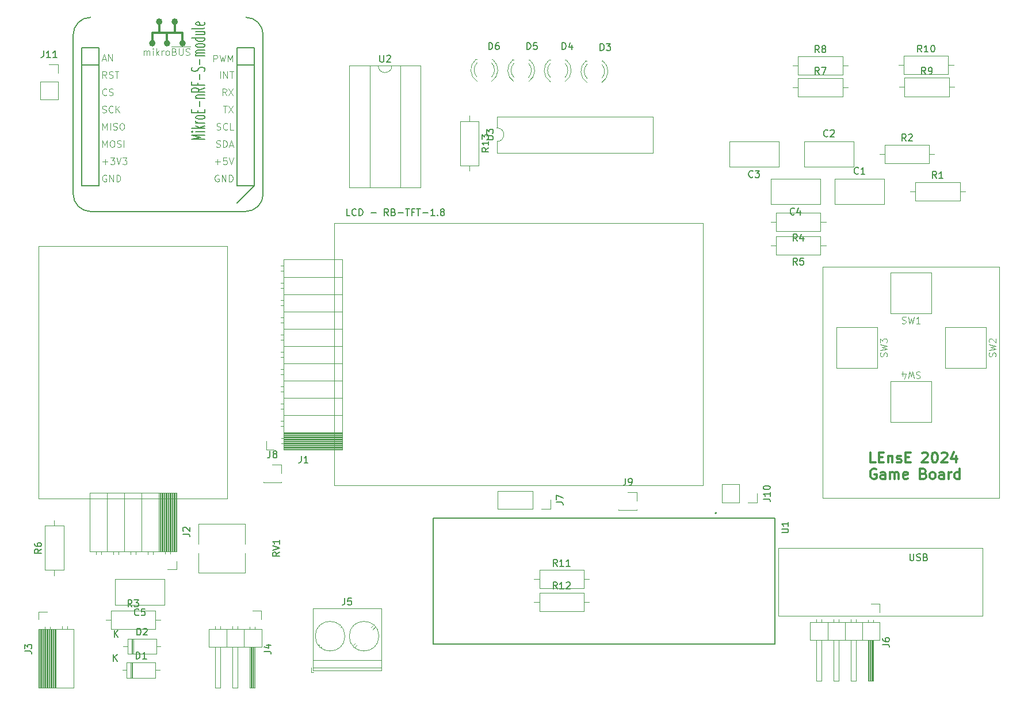
<source format=gbr>
%TF.GenerationSoftware,KiCad,Pcbnew,8.0.0*%
%TF.CreationDate,2024-05-22T20:52:51+02:00*%
%TF.ProjectId,Game_Board_v1,47616d65-5f42-46f6-9172-645f76312e6b,rev?*%
%TF.SameCoordinates,Original*%
%TF.FileFunction,Legend,Top*%
%TF.FilePolarity,Positive*%
%FSLAX46Y46*%
G04 Gerber Fmt 4.6, Leading zero omitted, Abs format (unit mm)*
G04 Created by KiCad (PCBNEW 8.0.0) date 2024-05-22 20:52:51*
%MOMM*%
%LPD*%
G01*
G04 APERTURE LIST*
%ADD10C,0.100000*%
%ADD11C,0.150000*%
%ADD12C,0.300000*%
%ADD13C,0.050000*%
%ADD14C,0.120000*%
%ADD15C,0.127000*%
%ADD16C,0.304800*%
%ADD17C,0.508000*%
%ADD18C,0.200000*%
G04 APERTURE END LIST*
D10*
X245500000Y-141500000D02*
X275500000Y-141500000D01*
X275500000Y-151500000D01*
X245500000Y-151500000D01*
X245500000Y-141500000D01*
X252000000Y-100150000D02*
X278000000Y-100150000D01*
X278000000Y-134150000D01*
X252000000Y-134150000D01*
X252000000Y-100150000D01*
X180150000Y-93650000D02*
X234350000Y-93650000D01*
X234350000Y-132300000D01*
X180150000Y-132300000D01*
X180150000Y-93650000D01*
X136600000Y-97100000D02*
X164400000Y-97100000D01*
X164400000Y-134200000D01*
X136600000Y-134200000D01*
X136600000Y-97100000D01*
D11*
X264836779Y-142369819D02*
X264836779Y-143179342D01*
X264836779Y-143179342D02*
X264884398Y-143274580D01*
X264884398Y-143274580D02*
X264932017Y-143322200D01*
X264932017Y-143322200D02*
X265027255Y-143369819D01*
X265027255Y-143369819D02*
X265217731Y-143369819D01*
X265217731Y-143369819D02*
X265312969Y-143322200D01*
X265312969Y-143322200D02*
X265360588Y-143274580D01*
X265360588Y-143274580D02*
X265408207Y-143179342D01*
X265408207Y-143179342D02*
X265408207Y-142369819D01*
X265836779Y-143322200D02*
X265979636Y-143369819D01*
X265979636Y-143369819D02*
X266217731Y-143369819D01*
X266217731Y-143369819D02*
X266312969Y-143322200D01*
X266312969Y-143322200D02*
X266360588Y-143274580D01*
X266360588Y-143274580D02*
X266408207Y-143179342D01*
X266408207Y-143179342D02*
X266408207Y-143084104D01*
X266408207Y-143084104D02*
X266360588Y-142988866D01*
X266360588Y-142988866D02*
X266312969Y-142941247D01*
X266312969Y-142941247D02*
X266217731Y-142893628D01*
X266217731Y-142893628D02*
X266027255Y-142846009D01*
X266027255Y-142846009D02*
X265932017Y-142798390D01*
X265932017Y-142798390D02*
X265884398Y-142750771D01*
X265884398Y-142750771D02*
X265836779Y-142655533D01*
X265836779Y-142655533D02*
X265836779Y-142560295D01*
X265836779Y-142560295D02*
X265884398Y-142465057D01*
X265884398Y-142465057D02*
X265932017Y-142417438D01*
X265932017Y-142417438D02*
X266027255Y-142369819D01*
X266027255Y-142369819D02*
X266265350Y-142369819D01*
X266265350Y-142369819D02*
X266408207Y-142417438D01*
X267170112Y-142846009D02*
X267312969Y-142893628D01*
X267312969Y-142893628D02*
X267360588Y-142941247D01*
X267360588Y-142941247D02*
X267408207Y-143036485D01*
X267408207Y-143036485D02*
X267408207Y-143179342D01*
X267408207Y-143179342D02*
X267360588Y-143274580D01*
X267360588Y-143274580D02*
X267312969Y-143322200D01*
X267312969Y-143322200D02*
X267217731Y-143369819D01*
X267217731Y-143369819D02*
X266836779Y-143369819D01*
X266836779Y-143369819D02*
X266836779Y-142369819D01*
X266836779Y-142369819D02*
X267170112Y-142369819D01*
X267170112Y-142369819D02*
X267265350Y-142417438D01*
X267265350Y-142417438D02*
X267312969Y-142465057D01*
X267312969Y-142465057D02*
X267360588Y-142560295D01*
X267360588Y-142560295D02*
X267360588Y-142655533D01*
X267360588Y-142655533D02*
X267312969Y-142750771D01*
X267312969Y-142750771D02*
X267265350Y-142798390D01*
X267265350Y-142798390D02*
X267170112Y-142846009D01*
X267170112Y-142846009D02*
X266836779Y-142846009D01*
D12*
X259768796Y-128935912D02*
X259054510Y-128935912D01*
X259054510Y-128935912D02*
X259054510Y-127435912D01*
X260268796Y-128150198D02*
X260768796Y-128150198D01*
X260983082Y-128935912D02*
X260268796Y-128935912D01*
X260268796Y-128935912D02*
X260268796Y-127435912D01*
X260268796Y-127435912D02*
X260983082Y-127435912D01*
X261625939Y-127935912D02*
X261625939Y-128935912D01*
X261625939Y-128078769D02*
X261697368Y-128007341D01*
X261697368Y-128007341D02*
X261840225Y-127935912D01*
X261840225Y-127935912D02*
X262054511Y-127935912D01*
X262054511Y-127935912D02*
X262197368Y-128007341D01*
X262197368Y-128007341D02*
X262268797Y-128150198D01*
X262268797Y-128150198D02*
X262268797Y-128935912D01*
X262911654Y-128864484D02*
X263054511Y-128935912D01*
X263054511Y-128935912D02*
X263340225Y-128935912D01*
X263340225Y-128935912D02*
X263483082Y-128864484D01*
X263483082Y-128864484D02*
X263554511Y-128721626D01*
X263554511Y-128721626D02*
X263554511Y-128650198D01*
X263554511Y-128650198D02*
X263483082Y-128507341D01*
X263483082Y-128507341D02*
X263340225Y-128435912D01*
X263340225Y-128435912D02*
X263125940Y-128435912D01*
X263125940Y-128435912D02*
X262983082Y-128364484D01*
X262983082Y-128364484D02*
X262911654Y-128221626D01*
X262911654Y-128221626D02*
X262911654Y-128150198D01*
X262911654Y-128150198D02*
X262983082Y-128007341D01*
X262983082Y-128007341D02*
X263125940Y-127935912D01*
X263125940Y-127935912D02*
X263340225Y-127935912D01*
X263340225Y-127935912D02*
X263483082Y-128007341D01*
X264197368Y-128150198D02*
X264697368Y-128150198D01*
X264911654Y-128935912D02*
X264197368Y-128935912D01*
X264197368Y-128935912D02*
X264197368Y-127435912D01*
X264197368Y-127435912D02*
X264911654Y-127435912D01*
X266625940Y-127578769D02*
X266697368Y-127507341D01*
X266697368Y-127507341D02*
X266840226Y-127435912D01*
X266840226Y-127435912D02*
X267197368Y-127435912D01*
X267197368Y-127435912D02*
X267340226Y-127507341D01*
X267340226Y-127507341D02*
X267411654Y-127578769D01*
X267411654Y-127578769D02*
X267483083Y-127721626D01*
X267483083Y-127721626D02*
X267483083Y-127864484D01*
X267483083Y-127864484D02*
X267411654Y-128078769D01*
X267411654Y-128078769D02*
X266554511Y-128935912D01*
X266554511Y-128935912D02*
X267483083Y-128935912D01*
X268411654Y-127435912D02*
X268554511Y-127435912D01*
X268554511Y-127435912D02*
X268697368Y-127507341D01*
X268697368Y-127507341D02*
X268768797Y-127578769D01*
X268768797Y-127578769D02*
X268840225Y-127721626D01*
X268840225Y-127721626D02*
X268911654Y-128007341D01*
X268911654Y-128007341D02*
X268911654Y-128364484D01*
X268911654Y-128364484D02*
X268840225Y-128650198D01*
X268840225Y-128650198D02*
X268768797Y-128793055D01*
X268768797Y-128793055D02*
X268697368Y-128864484D01*
X268697368Y-128864484D02*
X268554511Y-128935912D01*
X268554511Y-128935912D02*
X268411654Y-128935912D01*
X268411654Y-128935912D02*
X268268797Y-128864484D01*
X268268797Y-128864484D02*
X268197368Y-128793055D01*
X268197368Y-128793055D02*
X268125939Y-128650198D01*
X268125939Y-128650198D02*
X268054511Y-128364484D01*
X268054511Y-128364484D02*
X268054511Y-128007341D01*
X268054511Y-128007341D02*
X268125939Y-127721626D01*
X268125939Y-127721626D02*
X268197368Y-127578769D01*
X268197368Y-127578769D02*
X268268797Y-127507341D01*
X268268797Y-127507341D02*
X268411654Y-127435912D01*
X269483082Y-127578769D02*
X269554510Y-127507341D01*
X269554510Y-127507341D02*
X269697368Y-127435912D01*
X269697368Y-127435912D02*
X270054510Y-127435912D01*
X270054510Y-127435912D02*
X270197368Y-127507341D01*
X270197368Y-127507341D02*
X270268796Y-127578769D01*
X270268796Y-127578769D02*
X270340225Y-127721626D01*
X270340225Y-127721626D02*
X270340225Y-127864484D01*
X270340225Y-127864484D02*
X270268796Y-128078769D01*
X270268796Y-128078769D02*
X269411653Y-128935912D01*
X269411653Y-128935912D02*
X270340225Y-128935912D01*
X271625939Y-127935912D02*
X271625939Y-128935912D01*
X271268796Y-127364484D02*
X270911653Y-128435912D01*
X270911653Y-128435912D02*
X271840224Y-128435912D01*
X259840225Y-129922257D02*
X259697368Y-129850828D01*
X259697368Y-129850828D02*
X259483082Y-129850828D01*
X259483082Y-129850828D02*
X259268796Y-129922257D01*
X259268796Y-129922257D02*
X259125939Y-130065114D01*
X259125939Y-130065114D02*
X259054510Y-130207971D01*
X259054510Y-130207971D02*
X258983082Y-130493685D01*
X258983082Y-130493685D02*
X258983082Y-130707971D01*
X258983082Y-130707971D02*
X259054510Y-130993685D01*
X259054510Y-130993685D02*
X259125939Y-131136542D01*
X259125939Y-131136542D02*
X259268796Y-131279400D01*
X259268796Y-131279400D02*
X259483082Y-131350828D01*
X259483082Y-131350828D02*
X259625939Y-131350828D01*
X259625939Y-131350828D02*
X259840225Y-131279400D01*
X259840225Y-131279400D02*
X259911653Y-131207971D01*
X259911653Y-131207971D02*
X259911653Y-130707971D01*
X259911653Y-130707971D02*
X259625939Y-130707971D01*
X261197368Y-131350828D02*
X261197368Y-130565114D01*
X261197368Y-130565114D02*
X261125939Y-130422257D01*
X261125939Y-130422257D02*
X260983082Y-130350828D01*
X260983082Y-130350828D02*
X260697368Y-130350828D01*
X260697368Y-130350828D02*
X260554510Y-130422257D01*
X261197368Y-131279400D02*
X261054510Y-131350828D01*
X261054510Y-131350828D02*
X260697368Y-131350828D01*
X260697368Y-131350828D02*
X260554510Y-131279400D01*
X260554510Y-131279400D02*
X260483082Y-131136542D01*
X260483082Y-131136542D02*
X260483082Y-130993685D01*
X260483082Y-130993685D02*
X260554510Y-130850828D01*
X260554510Y-130850828D02*
X260697368Y-130779400D01*
X260697368Y-130779400D02*
X261054510Y-130779400D01*
X261054510Y-130779400D02*
X261197368Y-130707971D01*
X261911653Y-131350828D02*
X261911653Y-130350828D01*
X261911653Y-130493685D02*
X261983082Y-130422257D01*
X261983082Y-130422257D02*
X262125939Y-130350828D01*
X262125939Y-130350828D02*
X262340225Y-130350828D01*
X262340225Y-130350828D02*
X262483082Y-130422257D01*
X262483082Y-130422257D02*
X262554511Y-130565114D01*
X262554511Y-130565114D02*
X262554511Y-131350828D01*
X262554511Y-130565114D02*
X262625939Y-130422257D01*
X262625939Y-130422257D02*
X262768796Y-130350828D01*
X262768796Y-130350828D02*
X262983082Y-130350828D01*
X262983082Y-130350828D02*
X263125939Y-130422257D01*
X263125939Y-130422257D02*
X263197368Y-130565114D01*
X263197368Y-130565114D02*
X263197368Y-131350828D01*
X264483082Y-131279400D02*
X264340225Y-131350828D01*
X264340225Y-131350828D02*
X264054511Y-131350828D01*
X264054511Y-131350828D02*
X263911653Y-131279400D01*
X263911653Y-131279400D02*
X263840225Y-131136542D01*
X263840225Y-131136542D02*
X263840225Y-130565114D01*
X263840225Y-130565114D02*
X263911653Y-130422257D01*
X263911653Y-130422257D02*
X264054511Y-130350828D01*
X264054511Y-130350828D02*
X264340225Y-130350828D01*
X264340225Y-130350828D02*
X264483082Y-130422257D01*
X264483082Y-130422257D02*
X264554511Y-130565114D01*
X264554511Y-130565114D02*
X264554511Y-130707971D01*
X264554511Y-130707971D02*
X263840225Y-130850828D01*
X266840224Y-130565114D02*
X267054510Y-130636542D01*
X267054510Y-130636542D02*
X267125939Y-130707971D01*
X267125939Y-130707971D02*
X267197367Y-130850828D01*
X267197367Y-130850828D02*
X267197367Y-131065114D01*
X267197367Y-131065114D02*
X267125939Y-131207971D01*
X267125939Y-131207971D02*
X267054510Y-131279400D01*
X267054510Y-131279400D02*
X266911653Y-131350828D01*
X266911653Y-131350828D02*
X266340224Y-131350828D01*
X266340224Y-131350828D02*
X266340224Y-129850828D01*
X266340224Y-129850828D02*
X266840224Y-129850828D01*
X266840224Y-129850828D02*
X266983082Y-129922257D01*
X266983082Y-129922257D02*
X267054510Y-129993685D01*
X267054510Y-129993685D02*
X267125939Y-130136542D01*
X267125939Y-130136542D02*
X267125939Y-130279400D01*
X267125939Y-130279400D02*
X267054510Y-130422257D01*
X267054510Y-130422257D02*
X266983082Y-130493685D01*
X266983082Y-130493685D02*
X266840224Y-130565114D01*
X266840224Y-130565114D02*
X266340224Y-130565114D01*
X268054510Y-131350828D02*
X267911653Y-131279400D01*
X267911653Y-131279400D02*
X267840224Y-131207971D01*
X267840224Y-131207971D02*
X267768796Y-131065114D01*
X267768796Y-131065114D02*
X267768796Y-130636542D01*
X267768796Y-130636542D02*
X267840224Y-130493685D01*
X267840224Y-130493685D02*
X267911653Y-130422257D01*
X267911653Y-130422257D02*
X268054510Y-130350828D01*
X268054510Y-130350828D02*
X268268796Y-130350828D01*
X268268796Y-130350828D02*
X268411653Y-130422257D01*
X268411653Y-130422257D02*
X268483082Y-130493685D01*
X268483082Y-130493685D02*
X268554510Y-130636542D01*
X268554510Y-130636542D02*
X268554510Y-131065114D01*
X268554510Y-131065114D02*
X268483082Y-131207971D01*
X268483082Y-131207971D02*
X268411653Y-131279400D01*
X268411653Y-131279400D02*
X268268796Y-131350828D01*
X268268796Y-131350828D02*
X268054510Y-131350828D01*
X269840225Y-131350828D02*
X269840225Y-130565114D01*
X269840225Y-130565114D02*
X269768796Y-130422257D01*
X269768796Y-130422257D02*
X269625939Y-130350828D01*
X269625939Y-130350828D02*
X269340225Y-130350828D01*
X269340225Y-130350828D02*
X269197367Y-130422257D01*
X269840225Y-131279400D02*
X269697367Y-131350828D01*
X269697367Y-131350828D02*
X269340225Y-131350828D01*
X269340225Y-131350828D02*
X269197367Y-131279400D01*
X269197367Y-131279400D02*
X269125939Y-131136542D01*
X269125939Y-131136542D02*
X269125939Y-130993685D01*
X269125939Y-130993685D02*
X269197367Y-130850828D01*
X269197367Y-130850828D02*
X269340225Y-130779400D01*
X269340225Y-130779400D02*
X269697367Y-130779400D01*
X269697367Y-130779400D02*
X269840225Y-130707971D01*
X270554510Y-131350828D02*
X270554510Y-130350828D01*
X270554510Y-130636542D02*
X270625939Y-130493685D01*
X270625939Y-130493685D02*
X270697368Y-130422257D01*
X270697368Y-130422257D02*
X270840225Y-130350828D01*
X270840225Y-130350828D02*
X270983082Y-130350828D01*
X272125939Y-131350828D02*
X272125939Y-129850828D01*
X272125939Y-131279400D02*
X271983081Y-131350828D01*
X271983081Y-131350828D02*
X271697367Y-131350828D01*
X271697367Y-131350828D02*
X271554510Y-131279400D01*
X271554510Y-131279400D02*
X271483081Y-131207971D01*
X271483081Y-131207971D02*
X271411653Y-131065114D01*
X271411653Y-131065114D02*
X271411653Y-130636542D01*
X271411653Y-130636542D02*
X271483081Y-130493685D01*
X271483081Y-130493685D02*
X271554510Y-130422257D01*
X271554510Y-130422257D02*
X271697367Y-130350828D01*
X271697367Y-130350828D02*
X271983081Y-130350828D01*
X271983081Y-130350828D02*
X272125939Y-130422257D01*
D11*
X182412969Y-92569819D02*
X181936779Y-92569819D01*
X181936779Y-92569819D02*
X181936779Y-91569819D01*
X183317731Y-92474580D02*
X183270112Y-92522200D01*
X183270112Y-92522200D02*
X183127255Y-92569819D01*
X183127255Y-92569819D02*
X183032017Y-92569819D01*
X183032017Y-92569819D02*
X182889160Y-92522200D01*
X182889160Y-92522200D02*
X182793922Y-92426961D01*
X182793922Y-92426961D02*
X182746303Y-92331723D01*
X182746303Y-92331723D02*
X182698684Y-92141247D01*
X182698684Y-92141247D02*
X182698684Y-91998390D01*
X182698684Y-91998390D02*
X182746303Y-91807914D01*
X182746303Y-91807914D02*
X182793922Y-91712676D01*
X182793922Y-91712676D02*
X182889160Y-91617438D01*
X182889160Y-91617438D02*
X183032017Y-91569819D01*
X183032017Y-91569819D02*
X183127255Y-91569819D01*
X183127255Y-91569819D02*
X183270112Y-91617438D01*
X183270112Y-91617438D02*
X183317731Y-91665057D01*
X183746303Y-92569819D02*
X183746303Y-91569819D01*
X183746303Y-91569819D02*
X183984398Y-91569819D01*
X183984398Y-91569819D02*
X184127255Y-91617438D01*
X184127255Y-91617438D02*
X184222493Y-91712676D01*
X184222493Y-91712676D02*
X184270112Y-91807914D01*
X184270112Y-91807914D02*
X184317731Y-91998390D01*
X184317731Y-91998390D02*
X184317731Y-92141247D01*
X184317731Y-92141247D02*
X184270112Y-92331723D01*
X184270112Y-92331723D02*
X184222493Y-92426961D01*
X184222493Y-92426961D02*
X184127255Y-92522200D01*
X184127255Y-92522200D02*
X183984398Y-92569819D01*
X183984398Y-92569819D02*
X183746303Y-92569819D01*
X185508208Y-92188866D02*
X186270113Y-92188866D01*
X188079636Y-92569819D02*
X187746303Y-92093628D01*
X187508208Y-92569819D02*
X187508208Y-91569819D01*
X187508208Y-91569819D02*
X187889160Y-91569819D01*
X187889160Y-91569819D02*
X187984398Y-91617438D01*
X187984398Y-91617438D02*
X188032017Y-91665057D01*
X188032017Y-91665057D02*
X188079636Y-91760295D01*
X188079636Y-91760295D02*
X188079636Y-91903152D01*
X188079636Y-91903152D02*
X188032017Y-91998390D01*
X188032017Y-91998390D02*
X187984398Y-92046009D01*
X187984398Y-92046009D02*
X187889160Y-92093628D01*
X187889160Y-92093628D02*
X187508208Y-92093628D01*
X188841541Y-92046009D02*
X188984398Y-92093628D01*
X188984398Y-92093628D02*
X189032017Y-92141247D01*
X189032017Y-92141247D02*
X189079636Y-92236485D01*
X189079636Y-92236485D02*
X189079636Y-92379342D01*
X189079636Y-92379342D02*
X189032017Y-92474580D01*
X189032017Y-92474580D02*
X188984398Y-92522200D01*
X188984398Y-92522200D02*
X188889160Y-92569819D01*
X188889160Y-92569819D02*
X188508208Y-92569819D01*
X188508208Y-92569819D02*
X188508208Y-91569819D01*
X188508208Y-91569819D02*
X188841541Y-91569819D01*
X188841541Y-91569819D02*
X188936779Y-91617438D01*
X188936779Y-91617438D02*
X188984398Y-91665057D01*
X188984398Y-91665057D02*
X189032017Y-91760295D01*
X189032017Y-91760295D02*
X189032017Y-91855533D01*
X189032017Y-91855533D02*
X188984398Y-91950771D01*
X188984398Y-91950771D02*
X188936779Y-91998390D01*
X188936779Y-91998390D02*
X188841541Y-92046009D01*
X188841541Y-92046009D02*
X188508208Y-92046009D01*
X189508208Y-92188866D02*
X190270113Y-92188866D01*
X190603446Y-91569819D02*
X191174874Y-91569819D01*
X190889160Y-92569819D02*
X190889160Y-91569819D01*
X191841541Y-92046009D02*
X191508208Y-92046009D01*
X191508208Y-92569819D02*
X191508208Y-91569819D01*
X191508208Y-91569819D02*
X191984398Y-91569819D01*
X192222494Y-91569819D02*
X192793922Y-91569819D01*
X192508208Y-92569819D02*
X192508208Y-91569819D01*
X193127256Y-92188866D02*
X193889161Y-92188866D01*
X194889160Y-92569819D02*
X194317732Y-92569819D01*
X194603446Y-92569819D02*
X194603446Y-91569819D01*
X194603446Y-91569819D02*
X194508208Y-91712676D01*
X194508208Y-91712676D02*
X194412970Y-91807914D01*
X194412970Y-91807914D02*
X194317732Y-91855533D01*
X195317732Y-92474580D02*
X195365351Y-92522200D01*
X195365351Y-92522200D02*
X195317732Y-92569819D01*
X195317732Y-92569819D02*
X195270113Y-92522200D01*
X195270113Y-92522200D02*
X195317732Y-92474580D01*
X195317732Y-92474580D02*
X195317732Y-92569819D01*
X195936779Y-91998390D02*
X195841541Y-91950771D01*
X195841541Y-91950771D02*
X195793922Y-91903152D01*
X195793922Y-91903152D02*
X195746303Y-91807914D01*
X195746303Y-91807914D02*
X195746303Y-91760295D01*
X195746303Y-91760295D02*
X195793922Y-91665057D01*
X195793922Y-91665057D02*
X195841541Y-91617438D01*
X195841541Y-91617438D02*
X195936779Y-91569819D01*
X195936779Y-91569819D02*
X196127255Y-91569819D01*
X196127255Y-91569819D02*
X196222493Y-91617438D01*
X196222493Y-91617438D02*
X196270112Y-91665057D01*
X196270112Y-91665057D02*
X196317731Y-91760295D01*
X196317731Y-91760295D02*
X196317731Y-91807914D01*
X196317731Y-91807914D02*
X196270112Y-91903152D01*
X196270112Y-91903152D02*
X196222493Y-91950771D01*
X196222493Y-91950771D02*
X196127255Y-91998390D01*
X196127255Y-91998390D02*
X195936779Y-91998390D01*
X195936779Y-91998390D02*
X195841541Y-92046009D01*
X195841541Y-92046009D02*
X195793922Y-92093628D01*
X195793922Y-92093628D02*
X195746303Y-92188866D01*
X195746303Y-92188866D02*
X195746303Y-92379342D01*
X195746303Y-92379342D02*
X195793922Y-92474580D01*
X195793922Y-92474580D02*
X195841541Y-92522200D01*
X195841541Y-92522200D02*
X195936779Y-92569819D01*
X195936779Y-92569819D02*
X196127255Y-92569819D01*
X196127255Y-92569819D02*
X196222493Y-92522200D01*
X196222493Y-92522200D02*
X196270112Y-92474580D01*
X196270112Y-92474580D02*
X196317731Y-92379342D01*
X196317731Y-92379342D02*
X196317731Y-92188866D01*
X196317731Y-92188866D02*
X196270112Y-92093628D01*
X196270112Y-92093628D02*
X196222493Y-92046009D01*
X196222493Y-92046009D02*
X196127255Y-91998390D01*
X266577142Y-68484819D02*
X266243809Y-68008628D01*
X266005714Y-68484819D02*
X266005714Y-67484819D01*
X266005714Y-67484819D02*
X266386666Y-67484819D01*
X266386666Y-67484819D02*
X266481904Y-67532438D01*
X266481904Y-67532438D02*
X266529523Y-67580057D01*
X266529523Y-67580057D02*
X266577142Y-67675295D01*
X266577142Y-67675295D02*
X266577142Y-67818152D01*
X266577142Y-67818152D02*
X266529523Y-67913390D01*
X266529523Y-67913390D02*
X266481904Y-67961009D01*
X266481904Y-67961009D02*
X266386666Y-68008628D01*
X266386666Y-68008628D02*
X266005714Y-68008628D01*
X267529523Y-68484819D02*
X266958095Y-68484819D01*
X267243809Y-68484819D02*
X267243809Y-67484819D01*
X267243809Y-67484819D02*
X267148571Y-67627676D01*
X267148571Y-67627676D02*
X267053333Y-67722914D01*
X267053333Y-67722914D02*
X266958095Y-67770533D01*
X268148571Y-67484819D02*
X268243809Y-67484819D01*
X268243809Y-67484819D02*
X268339047Y-67532438D01*
X268339047Y-67532438D02*
X268386666Y-67580057D01*
X268386666Y-67580057D02*
X268434285Y-67675295D01*
X268434285Y-67675295D02*
X268481904Y-67865771D01*
X268481904Y-67865771D02*
X268481904Y-68103866D01*
X268481904Y-68103866D02*
X268434285Y-68294342D01*
X268434285Y-68294342D02*
X268386666Y-68389580D01*
X268386666Y-68389580D02*
X268339047Y-68437200D01*
X268339047Y-68437200D02*
X268243809Y-68484819D01*
X268243809Y-68484819D02*
X268148571Y-68484819D01*
X268148571Y-68484819D02*
X268053333Y-68437200D01*
X268053333Y-68437200D02*
X268005714Y-68389580D01*
X268005714Y-68389580D02*
X267958095Y-68294342D01*
X267958095Y-68294342D02*
X267910476Y-68103866D01*
X267910476Y-68103866D02*
X267910476Y-67865771D01*
X267910476Y-67865771D02*
X267958095Y-67675295D01*
X267958095Y-67675295D02*
X268005714Y-67580057D01*
X268005714Y-67580057D02*
X268053333Y-67532438D01*
X268053333Y-67532438D02*
X268148571Y-67484819D01*
X212799819Y-134758333D02*
X213514104Y-134758333D01*
X213514104Y-134758333D02*
X213656961Y-134805952D01*
X213656961Y-134805952D02*
X213752200Y-134901190D01*
X213752200Y-134901190D02*
X213799819Y-135044047D01*
X213799819Y-135044047D02*
X213799819Y-135139285D01*
X212799819Y-134377380D02*
X212799819Y-133710714D01*
X212799819Y-133710714D02*
X213799819Y-134139285D01*
X260804819Y-155718333D02*
X261519104Y-155718333D01*
X261519104Y-155718333D02*
X261661961Y-155765952D01*
X261661961Y-155765952D02*
X261757200Y-155861190D01*
X261757200Y-155861190D02*
X261804819Y-156004047D01*
X261804819Y-156004047D02*
X261804819Y-156099285D01*
X260804819Y-154813571D02*
X260804819Y-155004047D01*
X260804819Y-155004047D02*
X260852438Y-155099285D01*
X260852438Y-155099285D02*
X260900057Y-155146904D01*
X260900057Y-155146904D02*
X261042914Y-155242142D01*
X261042914Y-155242142D02*
X261233390Y-155289761D01*
X261233390Y-155289761D02*
X261614342Y-155289761D01*
X261614342Y-155289761D02*
X261709580Y-155242142D01*
X261709580Y-155242142D02*
X261757200Y-155194523D01*
X261757200Y-155194523D02*
X261804819Y-155099285D01*
X261804819Y-155099285D02*
X261804819Y-154908809D01*
X261804819Y-154908809D02*
X261757200Y-154813571D01*
X261757200Y-154813571D02*
X261709580Y-154765952D01*
X261709580Y-154765952D02*
X261614342Y-154718333D01*
X261614342Y-154718333D02*
X261376247Y-154718333D01*
X261376247Y-154718333D02*
X261281009Y-154765952D01*
X261281009Y-154765952D02*
X261233390Y-154813571D01*
X261233390Y-154813571D02*
X261185771Y-154908809D01*
X261185771Y-154908809D02*
X261185771Y-155099285D01*
X261185771Y-155099285D02*
X261233390Y-155194523D01*
X261233390Y-155194523D02*
X261281009Y-155242142D01*
X261281009Y-155242142D02*
X261376247Y-155289761D01*
X172044819Y-142135238D02*
X171568628Y-142468571D01*
X172044819Y-142706666D02*
X171044819Y-142706666D01*
X171044819Y-142706666D02*
X171044819Y-142325714D01*
X171044819Y-142325714D02*
X171092438Y-142230476D01*
X171092438Y-142230476D02*
X171140057Y-142182857D01*
X171140057Y-142182857D02*
X171235295Y-142135238D01*
X171235295Y-142135238D02*
X171378152Y-142135238D01*
X171378152Y-142135238D02*
X171473390Y-142182857D01*
X171473390Y-142182857D02*
X171521009Y-142230476D01*
X171521009Y-142230476D02*
X171568628Y-142325714D01*
X171568628Y-142325714D02*
X171568628Y-142706666D01*
X171044819Y-141849523D02*
X172044819Y-141516190D01*
X172044819Y-141516190D02*
X171044819Y-141182857D01*
X172044819Y-140325714D02*
X172044819Y-140897142D01*
X172044819Y-140611428D02*
X171044819Y-140611428D01*
X171044819Y-140611428D02*
X171187676Y-140706666D01*
X171187676Y-140706666D02*
X171282914Y-140801904D01*
X171282914Y-140801904D02*
X171330533Y-140897142D01*
X151071905Y-154334819D02*
X151071905Y-153334819D01*
X151071905Y-153334819D02*
X151310000Y-153334819D01*
X151310000Y-153334819D02*
X151452857Y-153382438D01*
X151452857Y-153382438D02*
X151548095Y-153477676D01*
X151548095Y-153477676D02*
X151595714Y-153572914D01*
X151595714Y-153572914D02*
X151643333Y-153763390D01*
X151643333Y-153763390D02*
X151643333Y-153906247D01*
X151643333Y-153906247D02*
X151595714Y-154096723D01*
X151595714Y-154096723D02*
X151548095Y-154191961D01*
X151548095Y-154191961D02*
X151452857Y-154287200D01*
X151452857Y-154287200D02*
X151310000Y-154334819D01*
X151310000Y-154334819D02*
X151071905Y-154334819D01*
X152024286Y-153430057D02*
X152071905Y-153382438D01*
X152071905Y-153382438D02*
X152167143Y-153334819D01*
X152167143Y-153334819D02*
X152405238Y-153334819D01*
X152405238Y-153334819D02*
X152500476Y-153382438D01*
X152500476Y-153382438D02*
X152548095Y-153430057D01*
X152548095Y-153430057D02*
X152595714Y-153525295D01*
X152595714Y-153525295D02*
X152595714Y-153620533D01*
X152595714Y-153620533D02*
X152548095Y-153763390D01*
X152548095Y-153763390D02*
X151976667Y-154334819D01*
X151976667Y-154334819D02*
X152595714Y-154334819D01*
X147738095Y-154654819D02*
X147738095Y-153654819D01*
X148309523Y-154654819D02*
X147880952Y-154083390D01*
X148309523Y-153654819D02*
X147738095Y-154226247D01*
X151333333Y-151359580D02*
X151285714Y-151407200D01*
X151285714Y-151407200D02*
X151142857Y-151454819D01*
X151142857Y-151454819D02*
X151047619Y-151454819D01*
X151047619Y-151454819D02*
X150904762Y-151407200D01*
X150904762Y-151407200D02*
X150809524Y-151311961D01*
X150809524Y-151311961D02*
X150761905Y-151216723D01*
X150761905Y-151216723D02*
X150714286Y-151026247D01*
X150714286Y-151026247D02*
X150714286Y-150883390D01*
X150714286Y-150883390D02*
X150761905Y-150692914D01*
X150761905Y-150692914D02*
X150809524Y-150597676D01*
X150809524Y-150597676D02*
X150904762Y-150502438D01*
X150904762Y-150502438D02*
X151047619Y-150454819D01*
X151047619Y-150454819D02*
X151142857Y-150454819D01*
X151142857Y-150454819D02*
X151285714Y-150502438D01*
X151285714Y-150502438D02*
X151333333Y-150550057D01*
X152238095Y-150454819D02*
X151761905Y-150454819D01*
X151761905Y-150454819D02*
X151714286Y-150931009D01*
X151714286Y-150931009D02*
X151761905Y-150883390D01*
X151761905Y-150883390D02*
X151857143Y-150835771D01*
X151857143Y-150835771D02*
X152095238Y-150835771D01*
X152095238Y-150835771D02*
X152190476Y-150883390D01*
X152190476Y-150883390D02*
X152238095Y-150931009D01*
X152238095Y-150931009D02*
X152285714Y-151026247D01*
X152285714Y-151026247D02*
X152285714Y-151264342D01*
X152285714Y-151264342D02*
X152238095Y-151359580D01*
X152238095Y-151359580D02*
X152190476Y-151407200D01*
X152190476Y-151407200D02*
X152095238Y-151454819D01*
X152095238Y-151454819D02*
X151857143Y-151454819D01*
X151857143Y-151454819D02*
X151761905Y-151407200D01*
X151761905Y-151407200D02*
X151714286Y-151359580D01*
X247833333Y-92359580D02*
X247785714Y-92407200D01*
X247785714Y-92407200D02*
X247642857Y-92454819D01*
X247642857Y-92454819D02*
X247547619Y-92454819D01*
X247547619Y-92454819D02*
X247404762Y-92407200D01*
X247404762Y-92407200D02*
X247309524Y-92311961D01*
X247309524Y-92311961D02*
X247261905Y-92216723D01*
X247261905Y-92216723D02*
X247214286Y-92026247D01*
X247214286Y-92026247D02*
X247214286Y-91883390D01*
X247214286Y-91883390D02*
X247261905Y-91692914D01*
X247261905Y-91692914D02*
X247309524Y-91597676D01*
X247309524Y-91597676D02*
X247404762Y-91502438D01*
X247404762Y-91502438D02*
X247547619Y-91454819D01*
X247547619Y-91454819D02*
X247642857Y-91454819D01*
X247642857Y-91454819D02*
X247785714Y-91502438D01*
X247785714Y-91502438D02*
X247833333Y-91550057D01*
X248690476Y-91788152D02*
X248690476Y-92454819D01*
X248452381Y-91407200D02*
X248214286Y-92121485D01*
X248214286Y-92121485D02*
X248833333Y-92121485D01*
X251488333Y-68559819D02*
X251155000Y-68083628D01*
X250916905Y-68559819D02*
X250916905Y-67559819D01*
X250916905Y-67559819D02*
X251297857Y-67559819D01*
X251297857Y-67559819D02*
X251393095Y-67607438D01*
X251393095Y-67607438D02*
X251440714Y-67655057D01*
X251440714Y-67655057D02*
X251488333Y-67750295D01*
X251488333Y-67750295D02*
X251488333Y-67893152D01*
X251488333Y-67893152D02*
X251440714Y-67988390D01*
X251440714Y-67988390D02*
X251393095Y-68036009D01*
X251393095Y-68036009D02*
X251297857Y-68083628D01*
X251297857Y-68083628D02*
X250916905Y-68083628D01*
X252059762Y-67988390D02*
X251964524Y-67940771D01*
X251964524Y-67940771D02*
X251916905Y-67893152D01*
X251916905Y-67893152D02*
X251869286Y-67797914D01*
X251869286Y-67797914D02*
X251869286Y-67750295D01*
X251869286Y-67750295D02*
X251916905Y-67655057D01*
X251916905Y-67655057D02*
X251964524Y-67607438D01*
X251964524Y-67607438D02*
X252059762Y-67559819D01*
X252059762Y-67559819D02*
X252250238Y-67559819D01*
X252250238Y-67559819D02*
X252345476Y-67607438D01*
X252345476Y-67607438D02*
X252393095Y-67655057D01*
X252393095Y-67655057D02*
X252440714Y-67750295D01*
X252440714Y-67750295D02*
X252440714Y-67797914D01*
X252440714Y-67797914D02*
X252393095Y-67893152D01*
X252393095Y-67893152D02*
X252345476Y-67940771D01*
X252345476Y-67940771D02*
X252250238Y-67988390D01*
X252250238Y-67988390D02*
X252059762Y-67988390D01*
X252059762Y-67988390D02*
X251964524Y-68036009D01*
X251964524Y-68036009D02*
X251916905Y-68083628D01*
X251916905Y-68083628D02*
X251869286Y-68178866D01*
X251869286Y-68178866D02*
X251869286Y-68369342D01*
X251869286Y-68369342D02*
X251916905Y-68464580D01*
X251916905Y-68464580D02*
X251964524Y-68512200D01*
X251964524Y-68512200D02*
X252059762Y-68559819D01*
X252059762Y-68559819D02*
X252250238Y-68559819D01*
X252250238Y-68559819D02*
X252345476Y-68512200D01*
X252345476Y-68512200D02*
X252393095Y-68464580D01*
X252393095Y-68464580D02*
X252440714Y-68369342D01*
X252440714Y-68369342D02*
X252440714Y-68178866D01*
X252440714Y-68178866D02*
X252393095Y-68083628D01*
X252393095Y-68083628D02*
X252345476Y-68036009D01*
X252345476Y-68036009D02*
X252250238Y-67988390D01*
X150333333Y-150164819D02*
X150000000Y-149688628D01*
X149761905Y-150164819D02*
X149761905Y-149164819D01*
X149761905Y-149164819D02*
X150142857Y-149164819D01*
X150142857Y-149164819D02*
X150238095Y-149212438D01*
X150238095Y-149212438D02*
X150285714Y-149260057D01*
X150285714Y-149260057D02*
X150333333Y-149355295D01*
X150333333Y-149355295D02*
X150333333Y-149498152D01*
X150333333Y-149498152D02*
X150285714Y-149593390D01*
X150285714Y-149593390D02*
X150238095Y-149641009D01*
X150238095Y-149641009D02*
X150142857Y-149688628D01*
X150142857Y-149688628D02*
X149761905Y-149688628D01*
X150666667Y-149164819D02*
X151285714Y-149164819D01*
X151285714Y-149164819D02*
X150952381Y-149545771D01*
X150952381Y-149545771D02*
X151095238Y-149545771D01*
X151095238Y-149545771D02*
X151190476Y-149593390D01*
X151190476Y-149593390D02*
X151238095Y-149641009D01*
X151238095Y-149641009D02*
X151285714Y-149736247D01*
X151285714Y-149736247D02*
X151285714Y-149974342D01*
X151285714Y-149974342D02*
X151238095Y-150069580D01*
X151238095Y-150069580D02*
X151190476Y-150117200D01*
X151190476Y-150117200D02*
X151095238Y-150164819D01*
X151095238Y-150164819D02*
X150809524Y-150164819D01*
X150809524Y-150164819D02*
X150714286Y-150117200D01*
X150714286Y-150117200D02*
X150666667Y-150069580D01*
X202514819Y-81421904D02*
X203324342Y-81421904D01*
X203324342Y-81421904D02*
X203419580Y-81374285D01*
X203419580Y-81374285D02*
X203467200Y-81326666D01*
X203467200Y-81326666D02*
X203514819Y-81231428D01*
X203514819Y-81231428D02*
X203514819Y-81040952D01*
X203514819Y-81040952D02*
X203467200Y-80945714D01*
X203467200Y-80945714D02*
X203419580Y-80898095D01*
X203419580Y-80898095D02*
X203324342Y-80850476D01*
X203324342Y-80850476D02*
X202514819Y-80850476D01*
X202514819Y-80469523D02*
X202514819Y-79850476D01*
X202514819Y-79850476D02*
X202895771Y-80183809D01*
X202895771Y-80183809D02*
X202895771Y-80040952D01*
X202895771Y-80040952D02*
X202943390Y-79945714D01*
X202943390Y-79945714D02*
X202991009Y-79898095D01*
X202991009Y-79898095D02*
X203086247Y-79850476D01*
X203086247Y-79850476D02*
X203324342Y-79850476D01*
X203324342Y-79850476D02*
X203419580Y-79898095D01*
X203419580Y-79898095D02*
X203467200Y-79945714D01*
X203467200Y-79945714D02*
X203514819Y-80040952D01*
X203514819Y-80040952D02*
X203514819Y-80326666D01*
X203514819Y-80326666D02*
X203467200Y-80421904D01*
X203467200Y-80421904D02*
X203419580Y-80469523D01*
D10*
X261409800Y-113333332D02*
X261457419Y-113190475D01*
X261457419Y-113190475D02*
X261457419Y-112952380D01*
X261457419Y-112952380D02*
X261409800Y-112857142D01*
X261409800Y-112857142D02*
X261362180Y-112809523D01*
X261362180Y-112809523D02*
X261266942Y-112761904D01*
X261266942Y-112761904D02*
X261171704Y-112761904D01*
X261171704Y-112761904D02*
X261076466Y-112809523D01*
X261076466Y-112809523D02*
X261028847Y-112857142D01*
X261028847Y-112857142D02*
X260981228Y-112952380D01*
X260981228Y-112952380D02*
X260933609Y-113142856D01*
X260933609Y-113142856D02*
X260885990Y-113238094D01*
X260885990Y-113238094D02*
X260838371Y-113285713D01*
X260838371Y-113285713D02*
X260743133Y-113333332D01*
X260743133Y-113333332D02*
X260647895Y-113333332D01*
X260647895Y-113333332D02*
X260552657Y-113285713D01*
X260552657Y-113285713D02*
X260505038Y-113238094D01*
X260505038Y-113238094D02*
X260457419Y-113142856D01*
X260457419Y-113142856D02*
X260457419Y-112904761D01*
X260457419Y-112904761D02*
X260505038Y-112761904D01*
X260457419Y-112428570D02*
X261457419Y-112190475D01*
X261457419Y-112190475D02*
X260743133Y-111999999D01*
X260743133Y-111999999D02*
X261457419Y-111809523D01*
X261457419Y-111809523D02*
X260457419Y-111571428D01*
X260457419Y-111285713D02*
X260457419Y-110666666D01*
X260457419Y-110666666D02*
X260838371Y-110999999D01*
X260838371Y-110999999D02*
X260838371Y-110857142D01*
X260838371Y-110857142D02*
X260885990Y-110761904D01*
X260885990Y-110761904D02*
X260933609Y-110714285D01*
X260933609Y-110714285D02*
X261028847Y-110666666D01*
X261028847Y-110666666D02*
X261266942Y-110666666D01*
X261266942Y-110666666D02*
X261362180Y-110714285D01*
X261362180Y-110714285D02*
X261409800Y-110761904D01*
X261409800Y-110761904D02*
X261457419Y-110857142D01*
X261457419Y-110857142D02*
X261457419Y-111142856D01*
X261457419Y-111142856D02*
X261409800Y-111238094D01*
X261409800Y-111238094D02*
X261362180Y-111285713D01*
D11*
X212927142Y-147534819D02*
X212593809Y-147058628D01*
X212355714Y-147534819D02*
X212355714Y-146534819D01*
X212355714Y-146534819D02*
X212736666Y-146534819D01*
X212736666Y-146534819D02*
X212831904Y-146582438D01*
X212831904Y-146582438D02*
X212879523Y-146630057D01*
X212879523Y-146630057D02*
X212927142Y-146725295D01*
X212927142Y-146725295D02*
X212927142Y-146868152D01*
X212927142Y-146868152D02*
X212879523Y-146963390D01*
X212879523Y-146963390D02*
X212831904Y-147011009D01*
X212831904Y-147011009D02*
X212736666Y-147058628D01*
X212736666Y-147058628D02*
X212355714Y-147058628D01*
X213879523Y-147534819D02*
X213308095Y-147534819D01*
X213593809Y-147534819D02*
X213593809Y-146534819D01*
X213593809Y-146534819D02*
X213498571Y-146677676D01*
X213498571Y-146677676D02*
X213403333Y-146772914D01*
X213403333Y-146772914D02*
X213308095Y-146820533D01*
X214260476Y-146630057D02*
X214308095Y-146582438D01*
X214308095Y-146582438D02*
X214403333Y-146534819D01*
X214403333Y-146534819D02*
X214641428Y-146534819D01*
X214641428Y-146534819D02*
X214736666Y-146582438D01*
X214736666Y-146582438D02*
X214784285Y-146630057D01*
X214784285Y-146630057D02*
X214831904Y-146725295D01*
X214831904Y-146725295D02*
X214831904Y-146820533D01*
X214831904Y-146820533D02*
X214784285Y-146963390D01*
X214784285Y-146963390D02*
X214212857Y-147534819D01*
X214212857Y-147534819D02*
X214831904Y-147534819D01*
X222966666Y-131284819D02*
X222966666Y-131999104D01*
X222966666Y-131999104D02*
X222919047Y-132141961D01*
X222919047Y-132141961D02*
X222823809Y-132237200D01*
X222823809Y-132237200D02*
X222680952Y-132284819D01*
X222680952Y-132284819D02*
X222585714Y-132284819D01*
X223490476Y-132284819D02*
X223680952Y-132284819D01*
X223680952Y-132284819D02*
X223776190Y-132237200D01*
X223776190Y-132237200D02*
X223823809Y-132189580D01*
X223823809Y-132189580D02*
X223919047Y-132046723D01*
X223919047Y-132046723D02*
X223966666Y-131856247D01*
X223966666Y-131856247D02*
X223966666Y-131475295D01*
X223966666Y-131475295D02*
X223919047Y-131380057D01*
X223919047Y-131380057D02*
X223871428Y-131332438D01*
X223871428Y-131332438D02*
X223776190Y-131284819D01*
X223776190Y-131284819D02*
X223585714Y-131284819D01*
X223585714Y-131284819D02*
X223490476Y-131332438D01*
X223490476Y-131332438D02*
X223442857Y-131380057D01*
X223442857Y-131380057D02*
X223395238Y-131475295D01*
X223395238Y-131475295D02*
X223395238Y-131713390D01*
X223395238Y-131713390D02*
X223442857Y-131808628D01*
X223442857Y-131808628D02*
X223490476Y-131856247D01*
X223490476Y-131856247D02*
X223585714Y-131903866D01*
X223585714Y-131903866D02*
X223776190Y-131903866D01*
X223776190Y-131903866D02*
X223871428Y-131856247D01*
X223871428Y-131856247D02*
X223919047Y-131808628D01*
X223919047Y-131808628D02*
X223966666Y-131713390D01*
D10*
X277409800Y-113333332D02*
X277457419Y-113190475D01*
X277457419Y-113190475D02*
X277457419Y-112952380D01*
X277457419Y-112952380D02*
X277409800Y-112857142D01*
X277409800Y-112857142D02*
X277362180Y-112809523D01*
X277362180Y-112809523D02*
X277266942Y-112761904D01*
X277266942Y-112761904D02*
X277171704Y-112761904D01*
X277171704Y-112761904D02*
X277076466Y-112809523D01*
X277076466Y-112809523D02*
X277028847Y-112857142D01*
X277028847Y-112857142D02*
X276981228Y-112952380D01*
X276981228Y-112952380D02*
X276933609Y-113142856D01*
X276933609Y-113142856D02*
X276885990Y-113238094D01*
X276885990Y-113238094D02*
X276838371Y-113285713D01*
X276838371Y-113285713D02*
X276743133Y-113333332D01*
X276743133Y-113333332D02*
X276647895Y-113333332D01*
X276647895Y-113333332D02*
X276552657Y-113285713D01*
X276552657Y-113285713D02*
X276505038Y-113238094D01*
X276505038Y-113238094D02*
X276457419Y-113142856D01*
X276457419Y-113142856D02*
X276457419Y-112904761D01*
X276457419Y-112904761D02*
X276505038Y-112761904D01*
X276457419Y-112428570D02*
X277457419Y-112190475D01*
X277457419Y-112190475D02*
X276743133Y-111999999D01*
X276743133Y-111999999D02*
X277457419Y-111809523D01*
X277457419Y-111809523D02*
X276457419Y-111571428D01*
X276552657Y-111238094D02*
X276505038Y-111190475D01*
X276505038Y-111190475D02*
X276457419Y-111095237D01*
X276457419Y-111095237D02*
X276457419Y-110857142D01*
X276457419Y-110857142D02*
X276505038Y-110761904D01*
X276505038Y-110761904D02*
X276552657Y-110714285D01*
X276552657Y-110714285D02*
X276647895Y-110666666D01*
X276647895Y-110666666D02*
X276743133Y-110666666D01*
X276743133Y-110666666D02*
X276885990Y-110714285D01*
X276885990Y-110714285D02*
X277457419Y-111285713D01*
X277457419Y-111285713D02*
X277457419Y-110666666D01*
D11*
X251488333Y-71759819D02*
X251155000Y-71283628D01*
X250916905Y-71759819D02*
X250916905Y-70759819D01*
X250916905Y-70759819D02*
X251297857Y-70759819D01*
X251297857Y-70759819D02*
X251393095Y-70807438D01*
X251393095Y-70807438D02*
X251440714Y-70855057D01*
X251440714Y-70855057D02*
X251488333Y-70950295D01*
X251488333Y-70950295D02*
X251488333Y-71093152D01*
X251488333Y-71093152D02*
X251440714Y-71188390D01*
X251440714Y-71188390D02*
X251393095Y-71236009D01*
X251393095Y-71236009D02*
X251297857Y-71283628D01*
X251297857Y-71283628D02*
X250916905Y-71283628D01*
X251821667Y-70759819D02*
X252488333Y-70759819D01*
X252488333Y-70759819D02*
X252059762Y-71759819D01*
X208461905Y-68114819D02*
X208461905Y-67114819D01*
X208461905Y-67114819D02*
X208700000Y-67114819D01*
X208700000Y-67114819D02*
X208842857Y-67162438D01*
X208842857Y-67162438D02*
X208938095Y-67257676D01*
X208938095Y-67257676D02*
X208985714Y-67352914D01*
X208985714Y-67352914D02*
X209033333Y-67543390D01*
X209033333Y-67543390D02*
X209033333Y-67686247D01*
X209033333Y-67686247D02*
X208985714Y-67876723D01*
X208985714Y-67876723D02*
X208938095Y-67971961D01*
X208938095Y-67971961D02*
X208842857Y-68067200D01*
X208842857Y-68067200D02*
X208700000Y-68114819D01*
X208700000Y-68114819D02*
X208461905Y-68114819D01*
X209938095Y-67114819D02*
X209461905Y-67114819D01*
X209461905Y-67114819D02*
X209414286Y-67591009D01*
X209414286Y-67591009D02*
X209461905Y-67543390D01*
X209461905Y-67543390D02*
X209557143Y-67495771D01*
X209557143Y-67495771D02*
X209795238Y-67495771D01*
X209795238Y-67495771D02*
X209890476Y-67543390D01*
X209890476Y-67543390D02*
X209938095Y-67591009D01*
X209938095Y-67591009D02*
X209985714Y-67686247D01*
X209985714Y-67686247D02*
X209985714Y-67924342D01*
X209985714Y-67924342D02*
X209938095Y-68019580D01*
X209938095Y-68019580D02*
X209890476Y-68067200D01*
X209890476Y-68067200D02*
X209795238Y-68114819D01*
X209795238Y-68114819D02*
X209557143Y-68114819D01*
X209557143Y-68114819D02*
X209461905Y-68067200D01*
X209461905Y-68067200D02*
X209414286Y-68019580D01*
X150951905Y-157834819D02*
X150951905Y-156834819D01*
X150951905Y-156834819D02*
X151190000Y-156834819D01*
X151190000Y-156834819D02*
X151332857Y-156882438D01*
X151332857Y-156882438D02*
X151428095Y-156977676D01*
X151428095Y-156977676D02*
X151475714Y-157072914D01*
X151475714Y-157072914D02*
X151523333Y-157263390D01*
X151523333Y-157263390D02*
X151523333Y-157406247D01*
X151523333Y-157406247D02*
X151475714Y-157596723D01*
X151475714Y-157596723D02*
X151428095Y-157691961D01*
X151428095Y-157691961D02*
X151332857Y-157787200D01*
X151332857Y-157787200D02*
X151190000Y-157834819D01*
X151190000Y-157834819D02*
X150951905Y-157834819D01*
X152475714Y-157834819D02*
X151904286Y-157834819D01*
X152190000Y-157834819D02*
X152190000Y-156834819D01*
X152190000Y-156834819D02*
X152094762Y-156977676D01*
X152094762Y-156977676D02*
X151999524Y-157072914D01*
X151999524Y-157072914D02*
X151904286Y-157120533D01*
X147618095Y-158154819D02*
X147618095Y-157154819D01*
X148189523Y-158154819D02*
X147760952Y-157583390D01*
X148189523Y-157154819D02*
X147618095Y-157726247D01*
X175246666Y-127954819D02*
X175246666Y-128669104D01*
X175246666Y-128669104D02*
X175199047Y-128811961D01*
X175199047Y-128811961D02*
X175103809Y-128907200D01*
X175103809Y-128907200D02*
X174960952Y-128954819D01*
X174960952Y-128954819D02*
X174865714Y-128954819D01*
X176246666Y-128954819D02*
X175675238Y-128954819D01*
X175960952Y-128954819D02*
X175960952Y-127954819D01*
X175960952Y-127954819D02*
X175865714Y-128097676D01*
X175865714Y-128097676D02*
X175770476Y-128192914D01*
X175770476Y-128192914D02*
X175675238Y-128240533D01*
X170666666Y-127234819D02*
X170666666Y-127949104D01*
X170666666Y-127949104D02*
X170619047Y-128091961D01*
X170619047Y-128091961D02*
X170523809Y-128187200D01*
X170523809Y-128187200D02*
X170380952Y-128234819D01*
X170380952Y-128234819D02*
X170285714Y-128234819D01*
X171285714Y-127663390D02*
X171190476Y-127615771D01*
X171190476Y-127615771D02*
X171142857Y-127568152D01*
X171142857Y-127568152D02*
X171095238Y-127472914D01*
X171095238Y-127472914D02*
X171095238Y-127425295D01*
X171095238Y-127425295D02*
X171142857Y-127330057D01*
X171142857Y-127330057D02*
X171190476Y-127282438D01*
X171190476Y-127282438D02*
X171285714Y-127234819D01*
X171285714Y-127234819D02*
X171476190Y-127234819D01*
X171476190Y-127234819D02*
X171571428Y-127282438D01*
X171571428Y-127282438D02*
X171619047Y-127330057D01*
X171619047Y-127330057D02*
X171666666Y-127425295D01*
X171666666Y-127425295D02*
X171666666Y-127472914D01*
X171666666Y-127472914D02*
X171619047Y-127568152D01*
X171619047Y-127568152D02*
X171571428Y-127615771D01*
X171571428Y-127615771D02*
X171476190Y-127663390D01*
X171476190Y-127663390D02*
X171285714Y-127663390D01*
X171285714Y-127663390D02*
X171190476Y-127711009D01*
X171190476Y-127711009D02*
X171142857Y-127758628D01*
X171142857Y-127758628D02*
X171095238Y-127853866D01*
X171095238Y-127853866D02*
X171095238Y-128044342D01*
X171095238Y-128044342D02*
X171142857Y-128139580D01*
X171142857Y-128139580D02*
X171190476Y-128187200D01*
X171190476Y-128187200D02*
X171285714Y-128234819D01*
X171285714Y-128234819D02*
X171476190Y-128234819D01*
X171476190Y-128234819D02*
X171571428Y-128187200D01*
X171571428Y-128187200D02*
X171619047Y-128139580D01*
X171619047Y-128139580D02*
X171666666Y-128044342D01*
X171666666Y-128044342D02*
X171666666Y-127853866D01*
X171666666Y-127853866D02*
X171619047Y-127758628D01*
X171619047Y-127758628D02*
X171571428Y-127711009D01*
X171571428Y-127711009D02*
X171476190Y-127663390D01*
X243249819Y-134284523D02*
X243964104Y-134284523D01*
X243964104Y-134284523D02*
X244106961Y-134332142D01*
X244106961Y-134332142D02*
X244202200Y-134427380D01*
X244202200Y-134427380D02*
X244249819Y-134570237D01*
X244249819Y-134570237D02*
X244249819Y-134665475D01*
X244249819Y-133284523D02*
X244249819Y-133855951D01*
X244249819Y-133570237D02*
X243249819Y-133570237D01*
X243249819Y-133570237D02*
X243392676Y-133665475D01*
X243392676Y-133665475D02*
X243487914Y-133760713D01*
X243487914Y-133760713D02*
X243535533Y-133855951D01*
X243249819Y-132665475D02*
X243249819Y-132570237D01*
X243249819Y-132570237D02*
X243297438Y-132474999D01*
X243297438Y-132474999D02*
X243345057Y-132427380D01*
X243345057Y-132427380D02*
X243440295Y-132379761D01*
X243440295Y-132379761D02*
X243630771Y-132332142D01*
X243630771Y-132332142D02*
X243868866Y-132332142D01*
X243868866Y-132332142D02*
X244059342Y-132379761D01*
X244059342Y-132379761D02*
X244154580Y-132427380D01*
X244154580Y-132427380D02*
X244202200Y-132474999D01*
X244202200Y-132474999D02*
X244249819Y-132570237D01*
X244249819Y-132570237D02*
X244249819Y-132665475D01*
X244249819Y-132665475D02*
X244202200Y-132760713D01*
X244202200Y-132760713D02*
X244154580Y-132808332D01*
X244154580Y-132808332D02*
X244059342Y-132855951D01*
X244059342Y-132855951D02*
X243868866Y-132903570D01*
X243868866Y-132903570D02*
X243630771Y-132903570D01*
X243630771Y-132903570D02*
X243440295Y-132855951D01*
X243440295Y-132855951D02*
X243345057Y-132808332D01*
X243345057Y-132808332D02*
X243297438Y-132760713D01*
X243297438Y-132760713D02*
X243249819Y-132665475D01*
X248253333Y-99824819D02*
X247920000Y-99348628D01*
X247681905Y-99824819D02*
X247681905Y-98824819D01*
X247681905Y-98824819D02*
X248062857Y-98824819D01*
X248062857Y-98824819D02*
X248158095Y-98872438D01*
X248158095Y-98872438D02*
X248205714Y-98920057D01*
X248205714Y-98920057D02*
X248253333Y-99015295D01*
X248253333Y-99015295D02*
X248253333Y-99158152D01*
X248253333Y-99158152D02*
X248205714Y-99253390D01*
X248205714Y-99253390D02*
X248158095Y-99301009D01*
X248158095Y-99301009D02*
X248062857Y-99348628D01*
X248062857Y-99348628D02*
X247681905Y-99348628D01*
X249158095Y-98824819D02*
X248681905Y-98824819D01*
X248681905Y-98824819D02*
X248634286Y-99301009D01*
X248634286Y-99301009D02*
X248681905Y-99253390D01*
X248681905Y-99253390D02*
X248777143Y-99205771D01*
X248777143Y-99205771D02*
X249015238Y-99205771D01*
X249015238Y-99205771D02*
X249110476Y-99253390D01*
X249110476Y-99253390D02*
X249158095Y-99301009D01*
X249158095Y-99301009D02*
X249205714Y-99396247D01*
X249205714Y-99396247D02*
X249205714Y-99634342D01*
X249205714Y-99634342D02*
X249158095Y-99729580D01*
X249158095Y-99729580D02*
X249110476Y-99777200D01*
X249110476Y-99777200D02*
X249015238Y-99824819D01*
X249015238Y-99824819D02*
X248777143Y-99824819D01*
X248777143Y-99824819D02*
X248681905Y-99777200D01*
X248681905Y-99777200D02*
X248634286Y-99729580D01*
X267153333Y-71734819D02*
X266820000Y-71258628D01*
X266581905Y-71734819D02*
X266581905Y-70734819D01*
X266581905Y-70734819D02*
X266962857Y-70734819D01*
X266962857Y-70734819D02*
X267058095Y-70782438D01*
X267058095Y-70782438D02*
X267105714Y-70830057D01*
X267105714Y-70830057D02*
X267153333Y-70925295D01*
X267153333Y-70925295D02*
X267153333Y-71068152D01*
X267153333Y-71068152D02*
X267105714Y-71163390D01*
X267105714Y-71163390D02*
X267058095Y-71211009D01*
X267058095Y-71211009D02*
X266962857Y-71258628D01*
X266962857Y-71258628D02*
X266581905Y-71258628D01*
X267629524Y-71734819D02*
X267820000Y-71734819D01*
X267820000Y-71734819D02*
X267915238Y-71687200D01*
X267915238Y-71687200D02*
X267962857Y-71639580D01*
X267962857Y-71639580D02*
X268058095Y-71496723D01*
X268058095Y-71496723D02*
X268105714Y-71306247D01*
X268105714Y-71306247D02*
X268105714Y-70925295D01*
X268105714Y-70925295D02*
X268058095Y-70830057D01*
X268058095Y-70830057D02*
X268010476Y-70782438D01*
X268010476Y-70782438D02*
X267915238Y-70734819D01*
X267915238Y-70734819D02*
X267724762Y-70734819D01*
X267724762Y-70734819D02*
X267629524Y-70782438D01*
X267629524Y-70782438D02*
X267581905Y-70830057D01*
X267581905Y-70830057D02*
X267534286Y-70925295D01*
X267534286Y-70925295D02*
X267534286Y-71163390D01*
X267534286Y-71163390D02*
X267581905Y-71258628D01*
X267581905Y-71258628D02*
X267629524Y-71306247D01*
X267629524Y-71306247D02*
X267724762Y-71353866D01*
X267724762Y-71353866D02*
X267915238Y-71353866D01*
X267915238Y-71353866D02*
X268010476Y-71306247D01*
X268010476Y-71306247D02*
X268058095Y-71258628D01*
X268058095Y-71258628D02*
X268105714Y-71163390D01*
X212927142Y-144184819D02*
X212593809Y-143708628D01*
X212355714Y-144184819D02*
X212355714Y-143184819D01*
X212355714Y-143184819D02*
X212736666Y-143184819D01*
X212736666Y-143184819D02*
X212831904Y-143232438D01*
X212831904Y-143232438D02*
X212879523Y-143280057D01*
X212879523Y-143280057D02*
X212927142Y-143375295D01*
X212927142Y-143375295D02*
X212927142Y-143518152D01*
X212927142Y-143518152D02*
X212879523Y-143613390D01*
X212879523Y-143613390D02*
X212831904Y-143661009D01*
X212831904Y-143661009D02*
X212736666Y-143708628D01*
X212736666Y-143708628D02*
X212355714Y-143708628D01*
X213879523Y-144184819D02*
X213308095Y-144184819D01*
X213593809Y-144184819D02*
X213593809Y-143184819D01*
X213593809Y-143184819D02*
X213498571Y-143327676D01*
X213498571Y-143327676D02*
X213403333Y-143422914D01*
X213403333Y-143422914D02*
X213308095Y-143470533D01*
X214831904Y-144184819D02*
X214260476Y-144184819D01*
X214546190Y-144184819D02*
X214546190Y-143184819D01*
X214546190Y-143184819D02*
X214450952Y-143327676D01*
X214450952Y-143327676D02*
X214355714Y-143422914D01*
X214355714Y-143422914D02*
X214260476Y-143470533D01*
X252753333Y-80859580D02*
X252705714Y-80907200D01*
X252705714Y-80907200D02*
X252562857Y-80954819D01*
X252562857Y-80954819D02*
X252467619Y-80954819D01*
X252467619Y-80954819D02*
X252324762Y-80907200D01*
X252324762Y-80907200D02*
X252229524Y-80811961D01*
X252229524Y-80811961D02*
X252181905Y-80716723D01*
X252181905Y-80716723D02*
X252134286Y-80526247D01*
X252134286Y-80526247D02*
X252134286Y-80383390D01*
X252134286Y-80383390D02*
X252181905Y-80192914D01*
X252181905Y-80192914D02*
X252229524Y-80097676D01*
X252229524Y-80097676D02*
X252324762Y-80002438D01*
X252324762Y-80002438D02*
X252467619Y-79954819D01*
X252467619Y-79954819D02*
X252562857Y-79954819D01*
X252562857Y-79954819D02*
X252705714Y-80002438D01*
X252705714Y-80002438D02*
X252753333Y-80050057D01*
X253134286Y-80050057D02*
X253181905Y-80002438D01*
X253181905Y-80002438D02*
X253277143Y-79954819D01*
X253277143Y-79954819D02*
X253515238Y-79954819D01*
X253515238Y-79954819D02*
X253610476Y-80002438D01*
X253610476Y-80002438D02*
X253658095Y-80050057D01*
X253658095Y-80050057D02*
X253705714Y-80145295D01*
X253705714Y-80145295D02*
X253705714Y-80240533D01*
X253705714Y-80240533D02*
X253658095Y-80383390D01*
X253658095Y-80383390D02*
X253086667Y-80954819D01*
X253086667Y-80954819D02*
X253705714Y-80954819D01*
X134584819Y-156713333D02*
X135299104Y-156713333D01*
X135299104Y-156713333D02*
X135441961Y-156760952D01*
X135441961Y-156760952D02*
X135537200Y-156856190D01*
X135537200Y-156856190D02*
X135584819Y-156999047D01*
X135584819Y-156999047D02*
X135584819Y-157094285D01*
X134584819Y-156332380D02*
X134584819Y-155713333D01*
X134584819Y-155713333D02*
X134965771Y-156046666D01*
X134965771Y-156046666D02*
X134965771Y-155903809D01*
X134965771Y-155903809D02*
X135013390Y-155808571D01*
X135013390Y-155808571D02*
X135061009Y-155760952D01*
X135061009Y-155760952D02*
X135156247Y-155713333D01*
X135156247Y-155713333D02*
X135394342Y-155713333D01*
X135394342Y-155713333D02*
X135489580Y-155760952D01*
X135489580Y-155760952D02*
X135537200Y-155808571D01*
X135537200Y-155808571D02*
X135584819Y-155903809D01*
X135584819Y-155903809D02*
X135584819Y-156189523D01*
X135584819Y-156189523D02*
X135537200Y-156284761D01*
X135537200Y-156284761D02*
X135489580Y-156332380D01*
X137004819Y-141666666D02*
X136528628Y-141999999D01*
X137004819Y-142238094D02*
X136004819Y-142238094D01*
X136004819Y-142238094D02*
X136004819Y-141857142D01*
X136004819Y-141857142D02*
X136052438Y-141761904D01*
X136052438Y-141761904D02*
X136100057Y-141714285D01*
X136100057Y-141714285D02*
X136195295Y-141666666D01*
X136195295Y-141666666D02*
X136338152Y-141666666D01*
X136338152Y-141666666D02*
X136433390Y-141714285D01*
X136433390Y-141714285D02*
X136481009Y-141761904D01*
X136481009Y-141761904D02*
X136528628Y-141857142D01*
X136528628Y-141857142D02*
X136528628Y-142238094D01*
X136004819Y-140809523D02*
X136004819Y-140999999D01*
X136004819Y-140999999D02*
X136052438Y-141095237D01*
X136052438Y-141095237D02*
X136100057Y-141142856D01*
X136100057Y-141142856D02*
X136242914Y-141238094D01*
X136242914Y-141238094D02*
X136433390Y-141285713D01*
X136433390Y-141285713D02*
X136814342Y-141285713D01*
X136814342Y-141285713D02*
X136909580Y-141238094D01*
X136909580Y-141238094D02*
X136957200Y-141190475D01*
X136957200Y-141190475D02*
X137004819Y-141095237D01*
X137004819Y-141095237D02*
X137004819Y-140904761D01*
X137004819Y-140904761D02*
X136957200Y-140809523D01*
X136957200Y-140809523D02*
X136909580Y-140761904D01*
X136909580Y-140761904D02*
X136814342Y-140714285D01*
X136814342Y-140714285D02*
X136576247Y-140714285D01*
X136576247Y-140714285D02*
X136481009Y-140761904D01*
X136481009Y-140761904D02*
X136433390Y-140809523D01*
X136433390Y-140809523D02*
X136385771Y-140904761D01*
X136385771Y-140904761D02*
X136385771Y-141095237D01*
X136385771Y-141095237D02*
X136433390Y-141190475D01*
X136433390Y-141190475D02*
X136481009Y-141238094D01*
X136481009Y-141238094D02*
X136576247Y-141285713D01*
X268753333Y-87084819D02*
X268420000Y-86608628D01*
X268181905Y-87084819D02*
X268181905Y-86084819D01*
X268181905Y-86084819D02*
X268562857Y-86084819D01*
X268562857Y-86084819D02*
X268658095Y-86132438D01*
X268658095Y-86132438D02*
X268705714Y-86180057D01*
X268705714Y-86180057D02*
X268753333Y-86275295D01*
X268753333Y-86275295D02*
X268753333Y-86418152D01*
X268753333Y-86418152D02*
X268705714Y-86513390D01*
X268705714Y-86513390D02*
X268658095Y-86561009D01*
X268658095Y-86561009D02*
X268562857Y-86608628D01*
X268562857Y-86608628D02*
X268181905Y-86608628D01*
X269705714Y-87084819D02*
X269134286Y-87084819D01*
X269420000Y-87084819D02*
X269420000Y-86084819D01*
X269420000Y-86084819D02*
X269324762Y-86227676D01*
X269324762Y-86227676D02*
X269229524Y-86322914D01*
X269229524Y-86322914D02*
X269134286Y-86370533D01*
X248253333Y-96324819D02*
X247920000Y-95848628D01*
X247681905Y-96324819D02*
X247681905Y-95324819D01*
X247681905Y-95324819D02*
X248062857Y-95324819D01*
X248062857Y-95324819D02*
X248158095Y-95372438D01*
X248158095Y-95372438D02*
X248205714Y-95420057D01*
X248205714Y-95420057D02*
X248253333Y-95515295D01*
X248253333Y-95515295D02*
X248253333Y-95658152D01*
X248253333Y-95658152D02*
X248205714Y-95753390D01*
X248205714Y-95753390D02*
X248158095Y-95801009D01*
X248158095Y-95801009D02*
X248062857Y-95848628D01*
X248062857Y-95848628D02*
X247681905Y-95848628D01*
X249110476Y-95658152D02*
X249110476Y-96324819D01*
X248872381Y-95277200D02*
X248634286Y-95991485D01*
X248634286Y-95991485D02*
X249253333Y-95991485D01*
X202834819Y-82572857D02*
X202358628Y-82906190D01*
X202834819Y-83144285D02*
X201834819Y-83144285D01*
X201834819Y-83144285D02*
X201834819Y-82763333D01*
X201834819Y-82763333D02*
X201882438Y-82668095D01*
X201882438Y-82668095D02*
X201930057Y-82620476D01*
X201930057Y-82620476D02*
X202025295Y-82572857D01*
X202025295Y-82572857D02*
X202168152Y-82572857D01*
X202168152Y-82572857D02*
X202263390Y-82620476D01*
X202263390Y-82620476D02*
X202311009Y-82668095D01*
X202311009Y-82668095D02*
X202358628Y-82763333D01*
X202358628Y-82763333D02*
X202358628Y-83144285D01*
X202834819Y-81620476D02*
X202834819Y-82191904D01*
X202834819Y-81906190D02*
X201834819Y-81906190D01*
X201834819Y-81906190D02*
X201977676Y-82001428D01*
X201977676Y-82001428D02*
X202072914Y-82096666D01*
X202072914Y-82096666D02*
X202120533Y-82191904D01*
X201834819Y-81287142D02*
X201834819Y-80668095D01*
X201834819Y-80668095D02*
X202215771Y-81001428D01*
X202215771Y-81001428D02*
X202215771Y-80858571D01*
X202215771Y-80858571D02*
X202263390Y-80763333D01*
X202263390Y-80763333D02*
X202311009Y-80715714D01*
X202311009Y-80715714D02*
X202406247Y-80668095D01*
X202406247Y-80668095D02*
X202644342Y-80668095D01*
X202644342Y-80668095D02*
X202739580Y-80715714D01*
X202739580Y-80715714D02*
X202787200Y-80763333D01*
X202787200Y-80763333D02*
X202834819Y-80858571D01*
X202834819Y-80858571D02*
X202834819Y-81144285D01*
X202834819Y-81144285D02*
X202787200Y-81239523D01*
X202787200Y-81239523D02*
X202739580Y-81287142D01*
D10*
X266333332Y-115590200D02*
X266190475Y-115542580D01*
X266190475Y-115542580D02*
X265952380Y-115542580D01*
X265952380Y-115542580D02*
X265857142Y-115590200D01*
X265857142Y-115590200D02*
X265809523Y-115637819D01*
X265809523Y-115637819D02*
X265761904Y-115733057D01*
X265761904Y-115733057D02*
X265761904Y-115828295D01*
X265761904Y-115828295D02*
X265809523Y-115923533D01*
X265809523Y-115923533D02*
X265857142Y-115971152D01*
X265857142Y-115971152D02*
X265952380Y-116018771D01*
X265952380Y-116018771D02*
X266142856Y-116066390D01*
X266142856Y-116066390D02*
X266238094Y-116114009D01*
X266238094Y-116114009D02*
X266285713Y-116161628D01*
X266285713Y-116161628D02*
X266333332Y-116256866D01*
X266333332Y-116256866D02*
X266333332Y-116352104D01*
X266333332Y-116352104D02*
X266285713Y-116447342D01*
X266285713Y-116447342D02*
X266238094Y-116494961D01*
X266238094Y-116494961D02*
X266142856Y-116542580D01*
X266142856Y-116542580D02*
X265904761Y-116542580D01*
X265904761Y-116542580D02*
X265761904Y-116494961D01*
X265428570Y-116542580D02*
X265190475Y-115542580D01*
X265190475Y-115542580D02*
X264999999Y-116256866D01*
X264999999Y-116256866D02*
X264809523Y-115542580D01*
X264809523Y-115542580D02*
X264571428Y-116542580D01*
X263761904Y-116209247D02*
X263761904Y-115542580D01*
X263999999Y-116590200D02*
X264238094Y-115875914D01*
X264238094Y-115875914D02*
X263619047Y-115875914D01*
D11*
X202861906Y-68114818D02*
X202861906Y-67114818D01*
X202861906Y-67114818D02*
X203100001Y-67114818D01*
X203100001Y-67114818D02*
X203242858Y-67162437D01*
X203242858Y-67162437D02*
X203338096Y-67257675D01*
X203338096Y-67257675D02*
X203385715Y-67352913D01*
X203385715Y-67352913D02*
X203433334Y-67543389D01*
X203433334Y-67543389D02*
X203433334Y-67686246D01*
X203433334Y-67686246D02*
X203385715Y-67876722D01*
X203385715Y-67876722D02*
X203338096Y-67971960D01*
X203338096Y-67971960D02*
X203242858Y-68067199D01*
X203242858Y-68067199D02*
X203100001Y-68114818D01*
X203100001Y-68114818D02*
X202861906Y-68114818D01*
X204290477Y-67114818D02*
X204100001Y-67114818D01*
X204100001Y-67114818D02*
X204004763Y-67162437D01*
X204004763Y-67162437D02*
X203957144Y-67210056D01*
X203957144Y-67210056D02*
X203861906Y-67352913D01*
X203861906Y-67352913D02*
X203814287Y-67543389D01*
X203814287Y-67543389D02*
X203814287Y-67924341D01*
X203814287Y-67924341D02*
X203861906Y-68019579D01*
X203861906Y-68019579D02*
X203909525Y-68067199D01*
X203909525Y-68067199D02*
X204004763Y-68114818D01*
X204004763Y-68114818D02*
X204195239Y-68114818D01*
X204195239Y-68114818D02*
X204290477Y-68067199D01*
X204290477Y-68067199D02*
X204338096Y-68019579D01*
X204338096Y-68019579D02*
X204385715Y-67924341D01*
X204385715Y-67924341D02*
X204385715Y-67686246D01*
X204385715Y-67686246D02*
X204338096Y-67591008D01*
X204338096Y-67591008D02*
X204290477Y-67543389D01*
X204290477Y-67543389D02*
X204195239Y-67495770D01*
X204195239Y-67495770D02*
X204004763Y-67495770D01*
X204004763Y-67495770D02*
X203909525Y-67543389D01*
X203909525Y-67543389D02*
X203861906Y-67591008D01*
X203861906Y-67591008D02*
X203814287Y-67686246D01*
X264253333Y-81584819D02*
X263920000Y-81108628D01*
X263681905Y-81584819D02*
X263681905Y-80584819D01*
X263681905Y-80584819D02*
X264062857Y-80584819D01*
X264062857Y-80584819D02*
X264158095Y-80632438D01*
X264158095Y-80632438D02*
X264205714Y-80680057D01*
X264205714Y-80680057D02*
X264253333Y-80775295D01*
X264253333Y-80775295D02*
X264253333Y-80918152D01*
X264253333Y-80918152D02*
X264205714Y-81013390D01*
X264205714Y-81013390D02*
X264158095Y-81061009D01*
X264158095Y-81061009D02*
X264062857Y-81108628D01*
X264062857Y-81108628D02*
X263681905Y-81108628D01*
X264634286Y-80680057D02*
X264681905Y-80632438D01*
X264681905Y-80632438D02*
X264777143Y-80584819D01*
X264777143Y-80584819D02*
X265015238Y-80584819D01*
X265015238Y-80584819D02*
X265110476Y-80632438D01*
X265110476Y-80632438D02*
X265158095Y-80680057D01*
X265158095Y-80680057D02*
X265205714Y-80775295D01*
X265205714Y-80775295D02*
X265205714Y-80870533D01*
X265205714Y-80870533D02*
X265158095Y-81013390D01*
X265158095Y-81013390D02*
X264586667Y-81584819D01*
X264586667Y-81584819D02*
X265205714Y-81584819D01*
X186828095Y-68964819D02*
X186828095Y-69774342D01*
X186828095Y-69774342D02*
X186875714Y-69869580D01*
X186875714Y-69869580D02*
X186923333Y-69917200D01*
X186923333Y-69917200D02*
X187018571Y-69964819D01*
X187018571Y-69964819D02*
X187209047Y-69964819D01*
X187209047Y-69964819D02*
X187304285Y-69917200D01*
X187304285Y-69917200D02*
X187351904Y-69869580D01*
X187351904Y-69869580D02*
X187399523Y-69774342D01*
X187399523Y-69774342D02*
X187399523Y-68964819D01*
X187828095Y-69060057D02*
X187875714Y-69012438D01*
X187875714Y-69012438D02*
X187970952Y-68964819D01*
X187970952Y-68964819D02*
X188209047Y-68964819D01*
X188209047Y-68964819D02*
X188304285Y-69012438D01*
X188304285Y-69012438D02*
X188351904Y-69060057D01*
X188351904Y-69060057D02*
X188399523Y-69155295D01*
X188399523Y-69155295D02*
X188399523Y-69250533D01*
X188399523Y-69250533D02*
X188351904Y-69393390D01*
X188351904Y-69393390D02*
X187780476Y-69964819D01*
X187780476Y-69964819D02*
X188399523Y-69964819D01*
X137340476Y-68294819D02*
X137340476Y-69009104D01*
X137340476Y-69009104D02*
X137292857Y-69151961D01*
X137292857Y-69151961D02*
X137197619Y-69247200D01*
X137197619Y-69247200D02*
X137054762Y-69294819D01*
X137054762Y-69294819D02*
X136959524Y-69294819D01*
X138340476Y-69294819D02*
X137769048Y-69294819D01*
X138054762Y-69294819D02*
X138054762Y-68294819D01*
X138054762Y-68294819D02*
X137959524Y-68437676D01*
X137959524Y-68437676D02*
X137864286Y-68532914D01*
X137864286Y-68532914D02*
X137769048Y-68580533D01*
X139292857Y-69294819D02*
X138721429Y-69294819D01*
X139007143Y-69294819D02*
X139007143Y-68294819D01*
X139007143Y-68294819D02*
X138911905Y-68437676D01*
X138911905Y-68437676D02*
X138816667Y-68532914D01*
X138816667Y-68532914D02*
X138721429Y-68580533D01*
X157824819Y-139453333D02*
X158539104Y-139453333D01*
X158539104Y-139453333D02*
X158681961Y-139500952D01*
X158681961Y-139500952D02*
X158777200Y-139596190D01*
X158777200Y-139596190D02*
X158824819Y-139739047D01*
X158824819Y-139739047D02*
X158824819Y-139834285D01*
X157920057Y-139024761D02*
X157872438Y-138977142D01*
X157872438Y-138977142D02*
X157824819Y-138881904D01*
X157824819Y-138881904D02*
X157824819Y-138643809D01*
X157824819Y-138643809D02*
X157872438Y-138548571D01*
X157872438Y-138548571D02*
X157920057Y-138500952D01*
X157920057Y-138500952D02*
X158015295Y-138453333D01*
X158015295Y-138453333D02*
X158110533Y-138453333D01*
X158110533Y-138453333D02*
X158253390Y-138500952D01*
X158253390Y-138500952D02*
X158824819Y-139072380D01*
X158824819Y-139072380D02*
X158824819Y-138453333D01*
D10*
X263666667Y-108409800D02*
X263809524Y-108457419D01*
X263809524Y-108457419D02*
X264047619Y-108457419D01*
X264047619Y-108457419D02*
X264142857Y-108409800D01*
X264142857Y-108409800D02*
X264190476Y-108362180D01*
X264190476Y-108362180D02*
X264238095Y-108266942D01*
X264238095Y-108266942D02*
X264238095Y-108171704D01*
X264238095Y-108171704D02*
X264190476Y-108076466D01*
X264190476Y-108076466D02*
X264142857Y-108028847D01*
X264142857Y-108028847D02*
X264047619Y-107981228D01*
X264047619Y-107981228D02*
X263857143Y-107933609D01*
X263857143Y-107933609D02*
X263761905Y-107885990D01*
X263761905Y-107885990D02*
X263714286Y-107838371D01*
X263714286Y-107838371D02*
X263666667Y-107743133D01*
X263666667Y-107743133D02*
X263666667Y-107647895D01*
X263666667Y-107647895D02*
X263714286Y-107552657D01*
X263714286Y-107552657D02*
X263761905Y-107505038D01*
X263761905Y-107505038D02*
X263857143Y-107457419D01*
X263857143Y-107457419D02*
X264095238Y-107457419D01*
X264095238Y-107457419D02*
X264238095Y-107505038D01*
X264571429Y-107457419D02*
X264809524Y-108457419D01*
X264809524Y-108457419D02*
X265000000Y-107743133D01*
X265000000Y-107743133D02*
X265190476Y-108457419D01*
X265190476Y-108457419D02*
X265428572Y-107457419D01*
X266333333Y-108457419D02*
X265761905Y-108457419D01*
X266047619Y-108457419D02*
X266047619Y-107457419D01*
X266047619Y-107457419D02*
X265952381Y-107600276D01*
X265952381Y-107600276D02*
X265857143Y-107695514D01*
X265857143Y-107695514D02*
X265761905Y-107743133D01*
D11*
X213661905Y-68114819D02*
X213661905Y-67114819D01*
X213661905Y-67114819D02*
X213900000Y-67114819D01*
X213900000Y-67114819D02*
X214042857Y-67162438D01*
X214042857Y-67162438D02*
X214138095Y-67257676D01*
X214138095Y-67257676D02*
X214185714Y-67352914D01*
X214185714Y-67352914D02*
X214233333Y-67543390D01*
X214233333Y-67543390D02*
X214233333Y-67686247D01*
X214233333Y-67686247D02*
X214185714Y-67876723D01*
X214185714Y-67876723D02*
X214138095Y-67971961D01*
X214138095Y-67971961D02*
X214042857Y-68067200D01*
X214042857Y-68067200D02*
X213900000Y-68114819D01*
X213900000Y-68114819D02*
X213661905Y-68114819D01*
X215090476Y-67448152D02*
X215090476Y-68114819D01*
X214852381Y-67067200D02*
X214614286Y-67781485D01*
X214614286Y-67781485D02*
X215233333Y-67781485D01*
X181666666Y-148894819D02*
X181666666Y-149609104D01*
X181666666Y-149609104D02*
X181619047Y-149751961D01*
X181619047Y-149751961D02*
X181523809Y-149847200D01*
X181523809Y-149847200D02*
X181380952Y-149894819D01*
X181380952Y-149894819D02*
X181285714Y-149894819D01*
X182619047Y-148894819D02*
X182142857Y-148894819D01*
X182142857Y-148894819D02*
X182095238Y-149371009D01*
X182095238Y-149371009D02*
X182142857Y-149323390D01*
X182142857Y-149323390D02*
X182238095Y-149275771D01*
X182238095Y-149275771D02*
X182476190Y-149275771D01*
X182476190Y-149275771D02*
X182571428Y-149323390D01*
X182571428Y-149323390D02*
X182619047Y-149371009D01*
X182619047Y-149371009D02*
X182666666Y-149466247D01*
X182666666Y-149466247D02*
X182666666Y-149704342D01*
X182666666Y-149704342D02*
X182619047Y-149799580D01*
X182619047Y-149799580D02*
X182571428Y-149847200D01*
X182571428Y-149847200D02*
X182476190Y-149894819D01*
X182476190Y-149894819D02*
X182238095Y-149894819D01*
X182238095Y-149894819D02*
X182142857Y-149847200D01*
X182142857Y-149847200D02*
X182095238Y-149799580D01*
X219261906Y-68254818D02*
X219261906Y-67254818D01*
X219261906Y-67254818D02*
X219500001Y-67254818D01*
X219500001Y-67254818D02*
X219642858Y-67302437D01*
X219642858Y-67302437D02*
X219738096Y-67397675D01*
X219738096Y-67397675D02*
X219785715Y-67492913D01*
X219785715Y-67492913D02*
X219833334Y-67683389D01*
X219833334Y-67683389D02*
X219833334Y-67826246D01*
X219833334Y-67826246D02*
X219785715Y-68016722D01*
X219785715Y-68016722D02*
X219738096Y-68111960D01*
X219738096Y-68111960D02*
X219642858Y-68207199D01*
X219642858Y-68207199D02*
X219500001Y-68254818D01*
X219500001Y-68254818D02*
X219261906Y-68254818D01*
X220166668Y-67254818D02*
X220785715Y-67254818D01*
X220785715Y-67254818D02*
X220452382Y-67635770D01*
X220452382Y-67635770D02*
X220595239Y-67635770D01*
X220595239Y-67635770D02*
X220690477Y-67683389D01*
X220690477Y-67683389D02*
X220738096Y-67731008D01*
X220738096Y-67731008D02*
X220785715Y-67826246D01*
X220785715Y-67826246D02*
X220785715Y-68064341D01*
X220785715Y-68064341D02*
X220738096Y-68159579D01*
X220738096Y-68159579D02*
X220690477Y-68207199D01*
X220690477Y-68207199D02*
X220595239Y-68254818D01*
X220595239Y-68254818D02*
X220309525Y-68254818D01*
X220309525Y-68254818D02*
X220214287Y-68207199D01*
X220214287Y-68207199D02*
X220166668Y-68159579D01*
X257253333Y-86359580D02*
X257205714Y-86407200D01*
X257205714Y-86407200D02*
X257062857Y-86454819D01*
X257062857Y-86454819D02*
X256967619Y-86454819D01*
X256967619Y-86454819D02*
X256824762Y-86407200D01*
X256824762Y-86407200D02*
X256729524Y-86311961D01*
X256729524Y-86311961D02*
X256681905Y-86216723D01*
X256681905Y-86216723D02*
X256634286Y-86026247D01*
X256634286Y-86026247D02*
X256634286Y-85883390D01*
X256634286Y-85883390D02*
X256681905Y-85692914D01*
X256681905Y-85692914D02*
X256729524Y-85597676D01*
X256729524Y-85597676D02*
X256824762Y-85502438D01*
X256824762Y-85502438D02*
X256967619Y-85454819D01*
X256967619Y-85454819D02*
X257062857Y-85454819D01*
X257062857Y-85454819D02*
X257205714Y-85502438D01*
X257205714Y-85502438D02*
X257253333Y-85550057D01*
X258205714Y-86454819D02*
X257634286Y-86454819D01*
X257920000Y-86454819D02*
X257920000Y-85454819D01*
X257920000Y-85454819D02*
X257824762Y-85597676D01*
X257824762Y-85597676D02*
X257729524Y-85692914D01*
X257729524Y-85692914D02*
X257634286Y-85740533D01*
X161079938Y-81361547D02*
X159079938Y-81361547D01*
X159079938Y-81361547D02*
X160508509Y-81028214D01*
X160508509Y-81028214D02*
X159079938Y-80694881D01*
X159079938Y-80694881D02*
X161079938Y-80694881D01*
X161079938Y-80218690D02*
X159746604Y-80218690D01*
X159079938Y-80218690D02*
X159175176Y-80266309D01*
X159175176Y-80266309D02*
X159270414Y-80218690D01*
X159270414Y-80218690D02*
X159175176Y-80171071D01*
X159175176Y-80171071D02*
X159079938Y-80218690D01*
X159079938Y-80218690D02*
X159270414Y-80218690D01*
X161079938Y-79742500D02*
X159079938Y-79742500D01*
X160318033Y-79647262D02*
X161079938Y-79361548D01*
X159746604Y-79361548D02*
X160508509Y-79742500D01*
X161079938Y-78932976D02*
X159746604Y-78932976D01*
X160127557Y-78932976D02*
X159937080Y-78885357D01*
X159937080Y-78885357D02*
X159841842Y-78837738D01*
X159841842Y-78837738D02*
X159746604Y-78742500D01*
X159746604Y-78742500D02*
X159746604Y-78647262D01*
X161079938Y-78171071D02*
X160984700Y-78266309D01*
X160984700Y-78266309D02*
X160889461Y-78313928D01*
X160889461Y-78313928D02*
X160698985Y-78361547D01*
X160698985Y-78361547D02*
X160127557Y-78361547D01*
X160127557Y-78361547D02*
X159937080Y-78313928D01*
X159937080Y-78313928D02*
X159841842Y-78266309D01*
X159841842Y-78266309D02*
X159746604Y-78171071D01*
X159746604Y-78171071D02*
X159746604Y-78028214D01*
X159746604Y-78028214D02*
X159841842Y-77932976D01*
X159841842Y-77932976D02*
X159937080Y-77885357D01*
X159937080Y-77885357D02*
X160127557Y-77837738D01*
X160127557Y-77837738D02*
X160698985Y-77837738D01*
X160698985Y-77837738D02*
X160889461Y-77885357D01*
X160889461Y-77885357D02*
X160984700Y-77932976D01*
X160984700Y-77932976D02*
X161079938Y-78028214D01*
X161079938Y-78028214D02*
X161079938Y-78171071D01*
X160032319Y-77409166D02*
X160032319Y-77075833D01*
X161079938Y-76932976D02*
X161079938Y-77409166D01*
X161079938Y-77409166D02*
X159079938Y-77409166D01*
X159079938Y-77409166D02*
X159079938Y-76932976D01*
X160318033Y-76504404D02*
X160318033Y-75742500D01*
X159746604Y-75266309D02*
X161079938Y-75266309D01*
X159937080Y-75266309D02*
X159841842Y-75218690D01*
X159841842Y-75218690D02*
X159746604Y-75123452D01*
X159746604Y-75123452D02*
X159746604Y-74980595D01*
X159746604Y-74980595D02*
X159841842Y-74885357D01*
X159841842Y-74885357D02*
X160032319Y-74837738D01*
X160032319Y-74837738D02*
X161079938Y-74837738D01*
X161079938Y-73790119D02*
X160127557Y-74123452D01*
X161079938Y-74361547D02*
X159079938Y-74361547D01*
X159079938Y-74361547D02*
X159079938Y-73980595D01*
X159079938Y-73980595D02*
X159175176Y-73885357D01*
X159175176Y-73885357D02*
X159270414Y-73837738D01*
X159270414Y-73837738D02*
X159460890Y-73790119D01*
X159460890Y-73790119D02*
X159746604Y-73790119D01*
X159746604Y-73790119D02*
X159937080Y-73837738D01*
X159937080Y-73837738D02*
X160032319Y-73885357D01*
X160032319Y-73885357D02*
X160127557Y-73980595D01*
X160127557Y-73980595D02*
X160127557Y-74361547D01*
X160032319Y-73028214D02*
X160032319Y-73361547D01*
X161079938Y-73361547D02*
X159079938Y-73361547D01*
X159079938Y-73361547D02*
X159079938Y-72885357D01*
X160318033Y-72504404D02*
X160318033Y-71742500D01*
X160984700Y-71313928D02*
X161079938Y-71171071D01*
X161079938Y-71171071D02*
X161079938Y-70932976D01*
X161079938Y-70932976D02*
X160984700Y-70837738D01*
X160984700Y-70837738D02*
X160889461Y-70790119D01*
X160889461Y-70790119D02*
X160698985Y-70742500D01*
X160698985Y-70742500D02*
X160508509Y-70742500D01*
X160508509Y-70742500D02*
X160318033Y-70790119D01*
X160318033Y-70790119D02*
X160222795Y-70837738D01*
X160222795Y-70837738D02*
X160127557Y-70932976D01*
X160127557Y-70932976D02*
X160032319Y-71123452D01*
X160032319Y-71123452D02*
X159937080Y-71218690D01*
X159937080Y-71218690D02*
X159841842Y-71266309D01*
X159841842Y-71266309D02*
X159651366Y-71313928D01*
X159651366Y-71313928D02*
X159460890Y-71313928D01*
X159460890Y-71313928D02*
X159270414Y-71266309D01*
X159270414Y-71266309D02*
X159175176Y-71218690D01*
X159175176Y-71218690D02*
X159079938Y-71123452D01*
X159079938Y-71123452D02*
X159079938Y-70885357D01*
X159079938Y-70885357D02*
X159175176Y-70742500D01*
X160318033Y-70313928D02*
X160318033Y-69552024D01*
X161079938Y-69075833D02*
X159746604Y-69075833D01*
X159937080Y-69075833D02*
X159841842Y-69028214D01*
X159841842Y-69028214D02*
X159746604Y-68932976D01*
X159746604Y-68932976D02*
X159746604Y-68790119D01*
X159746604Y-68790119D02*
X159841842Y-68694881D01*
X159841842Y-68694881D02*
X160032319Y-68647262D01*
X160032319Y-68647262D02*
X161079938Y-68647262D01*
X160032319Y-68647262D02*
X159841842Y-68599643D01*
X159841842Y-68599643D02*
X159746604Y-68504405D01*
X159746604Y-68504405D02*
X159746604Y-68361548D01*
X159746604Y-68361548D02*
X159841842Y-68266309D01*
X159841842Y-68266309D02*
X160032319Y-68218690D01*
X160032319Y-68218690D02*
X161079938Y-68218690D01*
X161079938Y-67599643D02*
X160984700Y-67694881D01*
X160984700Y-67694881D02*
X160889461Y-67742500D01*
X160889461Y-67742500D02*
X160698985Y-67790119D01*
X160698985Y-67790119D02*
X160127557Y-67790119D01*
X160127557Y-67790119D02*
X159937080Y-67742500D01*
X159937080Y-67742500D02*
X159841842Y-67694881D01*
X159841842Y-67694881D02*
X159746604Y-67599643D01*
X159746604Y-67599643D02*
X159746604Y-67456786D01*
X159746604Y-67456786D02*
X159841842Y-67361548D01*
X159841842Y-67361548D02*
X159937080Y-67313929D01*
X159937080Y-67313929D02*
X160127557Y-67266310D01*
X160127557Y-67266310D02*
X160698985Y-67266310D01*
X160698985Y-67266310D02*
X160889461Y-67313929D01*
X160889461Y-67313929D02*
X160984700Y-67361548D01*
X160984700Y-67361548D02*
X161079938Y-67456786D01*
X161079938Y-67456786D02*
X161079938Y-67599643D01*
X161079938Y-66409167D02*
X159079938Y-66409167D01*
X160984700Y-66409167D02*
X161079938Y-66504405D01*
X161079938Y-66504405D02*
X161079938Y-66694881D01*
X161079938Y-66694881D02*
X160984700Y-66790119D01*
X160984700Y-66790119D02*
X160889461Y-66837738D01*
X160889461Y-66837738D02*
X160698985Y-66885357D01*
X160698985Y-66885357D02*
X160127557Y-66885357D01*
X160127557Y-66885357D02*
X159937080Y-66837738D01*
X159937080Y-66837738D02*
X159841842Y-66790119D01*
X159841842Y-66790119D02*
X159746604Y-66694881D01*
X159746604Y-66694881D02*
X159746604Y-66504405D01*
X159746604Y-66504405D02*
X159841842Y-66409167D01*
X159746604Y-65504405D02*
X161079938Y-65504405D01*
X159746604Y-65932976D02*
X160794223Y-65932976D01*
X160794223Y-65932976D02*
X160984700Y-65885357D01*
X160984700Y-65885357D02*
X161079938Y-65790119D01*
X161079938Y-65790119D02*
X161079938Y-65647262D01*
X161079938Y-65647262D02*
X160984700Y-65552024D01*
X160984700Y-65552024D02*
X160889461Y-65504405D01*
X161079938Y-64885357D02*
X160984700Y-64980595D01*
X160984700Y-64980595D02*
X160794223Y-65028214D01*
X160794223Y-65028214D02*
X159079938Y-65028214D01*
X160984700Y-64123452D02*
X161079938Y-64218690D01*
X161079938Y-64218690D02*
X161079938Y-64409166D01*
X161079938Y-64409166D02*
X160984700Y-64504404D01*
X160984700Y-64504404D02*
X160794223Y-64552023D01*
X160794223Y-64552023D02*
X160032319Y-64552023D01*
X160032319Y-64552023D02*
X159841842Y-64504404D01*
X159841842Y-64504404D02*
X159746604Y-64409166D01*
X159746604Y-64409166D02*
X159746604Y-64218690D01*
X159746604Y-64218690D02*
X159841842Y-64123452D01*
X159841842Y-64123452D02*
X160032319Y-64075833D01*
X160032319Y-64075833D02*
X160222795Y-64075833D01*
X160222795Y-64075833D02*
X160413271Y-64552023D01*
D13*
X146018095Y-84654066D02*
X146780000Y-84654066D01*
X146399047Y-85035019D02*
X146399047Y-84273114D01*
X147160952Y-84035019D02*
X147779999Y-84035019D01*
X147779999Y-84035019D02*
X147446666Y-84415971D01*
X147446666Y-84415971D02*
X147589523Y-84415971D01*
X147589523Y-84415971D02*
X147684761Y-84463590D01*
X147684761Y-84463590D02*
X147732380Y-84511209D01*
X147732380Y-84511209D02*
X147779999Y-84606447D01*
X147779999Y-84606447D02*
X147779999Y-84844542D01*
X147779999Y-84844542D02*
X147732380Y-84939780D01*
X147732380Y-84939780D02*
X147684761Y-84987400D01*
X147684761Y-84987400D02*
X147589523Y-85035019D01*
X147589523Y-85035019D02*
X147303809Y-85035019D01*
X147303809Y-85035019D02*
X147208571Y-84987400D01*
X147208571Y-84987400D02*
X147160952Y-84939780D01*
X148065714Y-84035019D02*
X148399047Y-85035019D01*
X148399047Y-85035019D02*
X148732380Y-84035019D01*
X148970476Y-84035019D02*
X149589523Y-84035019D01*
X149589523Y-84035019D02*
X149256190Y-84415971D01*
X149256190Y-84415971D02*
X149399047Y-84415971D01*
X149399047Y-84415971D02*
X149494285Y-84463590D01*
X149494285Y-84463590D02*
X149541904Y-84511209D01*
X149541904Y-84511209D02*
X149589523Y-84606447D01*
X149589523Y-84606447D02*
X149589523Y-84844542D01*
X149589523Y-84844542D02*
X149541904Y-84939780D01*
X149541904Y-84939780D02*
X149494285Y-84987400D01*
X149494285Y-84987400D02*
X149399047Y-85035019D01*
X149399047Y-85035019D02*
X149113333Y-85035019D01*
X149113333Y-85035019D02*
X149018095Y-84987400D01*
X149018095Y-84987400D02*
X148970476Y-84939780D01*
X145970476Y-77367400D02*
X146113333Y-77415019D01*
X146113333Y-77415019D02*
X146351428Y-77415019D01*
X146351428Y-77415019D02*
X146446666Y-77367400D01*
X146446666Y-77367400D02*
X146494285Y-77319780D01*
X146494285Y-77319780D02*
X146541904Y-77224542D01*
X146541904Y-77224542D02*
X146541904Y-77129304D01*
X146541904Y-77129304D02*
X146494285Y-77034066D01*
X146494285Y-77034066D02*
X146446666Y-76986447D01*
X146446666Y-76986447D02*
X146351428Y-76938828D01*
X146351428Y-76938828D02*
X146160952Y-76891209D01*
X146160952Y-76891209D02*
X146065714Y-76843590D01*
X146065714Y-76843590D02*
X146018095Y-76795971D01*
X146018095Y-76795971D02*
X145970476Y-76700733D01*
X145970476Y-76700733D02*
X145970476Y-76605495D01*
X145970476Y-76605495D02*
X146018095Y-76510257D01*
X146018095Y-76510257D02*
X146065714Y-76462638D01*
X146065714Y-76462638D02*
X146160952Y-76415019D01*
X146160952Y-76415019D02*
X146399047Y-76415019D01*
X146399047Y-76415019D02*
X146541904Y-76462638D01*
X147541904Y-77319780D02*
X147494285Y-77367400D01*
X147494285Y-77367400D02*
X147351428Y-77415019D01*
X147351428Y-77415019D02*
X147256190Y-77415019D01*
X147256190Y-77415019D02*
X147113333Y-77367400D01*
X147113333Y-77367400D02*
X147018095Y-77272161D01*
X147018095Y-77272161D02*
X146970476Y-77176923D01*
X146970476Y-77176923D02*
X146922857Y-76986447D01*
X146922857Y-76986447D02*
X146922857Y-76843590D01*
X146922857Y-76843590D02*
X146970476Y-76653114D01*
X146970476Y-76653114D02*
X147018095Y-76557876D01*
X147018095Y-76557876D02*
X147113333Y-76462638D01*
X147113333Y-76462638D02*
X147256190Y-76415019D01*
X147256190Y-76415019D02*
X147351428Y-76415019D01*
X147351428Y-76415019D02*
X147494285Y-76462638D01*
X147494285Y-76462638D02*
X147541904Y-76510257D01*
X147970476Y-77415019D02*
X147970476Y-76415019D01*
X148541904Y-77415019D02*
X148113333Y-76843590D01*
X148541904Y-76415019D02*
X147970476Y-76986447D01*
X152106667Y-68960019D02*
X152106667Y-68293352D01*
X152106667Y-68388590D02*
X152154286Y-68340971D01*
X152154286Y-68340971D02*
X152249524Y-68293352D01*
X152249524Y-68293352D02*
X152392381Y-68293352D01*
X152392381Y-68293352D02*
X152487619Y-68340971D01*
X152487619Y-68340971D02*
X152535238Y-68436209D01*
X152535238Y-68436209D02*
X152535238Y-68960019D01*
X152535238Y-68436209D02*
X152582857Y-68340971D01*
X152582857Y-68340971D02*
X152678095Y-68293352D01*
X152678095Y-68293352D02*
X152820952Y-68293352D01*
X152820952Y-68293352D02*
X152916191Y-68340971D01*
X152916191Y-68340971D02*
X152963810Y-68436209D01*
X152963810Y-68436209D02*
X152963810Y-68960019D01*
X153440000Y-68960019D02*
X153440000Y-68293352D01*
X153440000Y-67960019D02*
X153392381Y-68007638D01*
X153392381Y-68007638D02*
X153440000Y-68055257D01*
X153440000Y-68055257D02*
X153487619Y-68007638D01*
X153487619Y-68007638D02*
X153440000Y-67960019D01*
X153440000Y-67960019D02*
X153440000Y-68055257D01*
X153916190Y-68960019D02*
X153916190Y-67960019D01*
X154011428Y-68579066D02*
X154297142Y-68960019D01*
X154297142Y-68293352D02*
X153916190Y-68674304D01*
X154725714Y-68960019D02*
X154725714Y-68293352D01*
X154725714Y-68483828D02*
X154773333Y-68388590D01*
X154773333Y-68388590D02*
X154820952Y-68340971D01*
X154820952Y-68340971D02*
X154916190Y-68293352D01*
X154916190Y-68293352D02*
X155011428Y-68293352D01*
X155487619Y-68960019D02*
X155392381Y-68912400D01*
X155392381Y-68912400D02*
X155344762Y-68864780D01*
X155344762Y-68864780D02*
X155297143Y-68769542D01*
X155297143Y-68769542D02*
X155297143Y-68483828D01*
X155297143Y-68483828D02*
X155344762Y-68388590D01*
X155344762Y-68388590D02*
X155392381Y-68340971D01*
X155392381Y-68340971D02*
X155487619Y-68293352D01*
X155487619Y-68293352D02*
X155630476Y-68293352D01*
X155630476Y-68293352D02*
X155725714Y-68340971D01*
X155725714Y-68340971D02*
X155773333Y-68388590D01*
X155773333Y-68388590D02*
X155820952Y-68483828D01*
X155820952Y-68483828D02*
X155820952Y-68769542D01*
X155820952Y-68769542D02*
X155773333Y-68864780D01*
X155773333Y-68864780D02*
X155725714Y-68912400D01*
X155725714Y-68912400D02*
X155630476Y-68960019D01*
X155630476Y-68960019D02*
X155487619Y-68960019D01*
X156582857Y-68436209D02*
X156725714Y-68483828D01*
X156725714Y-68483828D02*
X156773333Y-68531447D01*
X156773333Y-68531447D02*
X156820952Y-68626685D01*
X156820952Y-68626685D02*
X156820952Y-68769542D01*
X156820952Y-68769542D02*
X156773333Y-68864780D01*
X156773333Y-68864780D02*
X156725714Y-68912400D01*
X156725714Y-68912400D02*
X156630476Y-68960019D01*
X156630476Y-68960019D02*
X156249524Y-68960019D01*
X156249524Y-68960019D02*
X156249524Y-67960019D01*
X156249524Y-67960019D02*
X156582857Y-67960019D01*
X156582857Y-67960019D02*
X156678095Y-68007638D01*
X156678095Y-68007638D02*
X156725714Y-68055257D01*
X156725714Y-68055257D02*
X156773333Y-68150495D01*
X156773333Y-68150495D02*
X156773333Y-68245733D01*
X156773333Y-68245733D02*
X156725714Y-68340971D01*
X156725714Y-68340971D02*
X156678095Y-68388590D01*
X156678095Y-68388590D02*
X156582857Y-68436209D01*
X156582857Y-68436209D02*
X156249524Y-68436209D01*
X157249524Y-67960019D02*
X157249524Y-68769542D01*
X157249524Y-68769542D02*
X157297143Y-68864780D01*
X157297143Y-68864780D02*
X157344762Y-68912400D01*
X157344762Y-68912400D02*
X157440000Y-68960019D01*
X157440000Y-68960019D02*
X157630476Y-68960019D01*
X157630476Y-68960019D02*
X157725714Y-68912400D01*
X157725714Y-68912400D02*
X157773333Y-68864780D01*
X157773333Y-68864780D02*
X157820952Y-68769542D01*
X157820952Y-68769542D02*
X157820952Y-67960019D01*
X158249524Y-68912400D02*
X158392381Y-68960019D01*
X158392381Y-68960019D02*
X158630476Y-68960019D01*
X158630476Y-68960019D02*
X158725714Y-68912400D01*
X158725714Y-68912400D02*
X158773333Y-68864780D01*
X158773333Y-68864780D02*
X158820952Y-68769542D01*
X158820952Y-68769542D02*
X158820952Y-68674304D01*
X158820952Y-68674304D02*
X158773333Y-68579066D01*
X158773333Y-68579066D02*
X158725714Y-68531447D01*
X158725714Y-68531447D02*
X158630476Y-68483828D01*
X158630476Y-68483828D02*
X158440000Y-68436209D01*
X158440000Y-68436209D02*
X158344762Y-68388590D01*
X158344762Y-68388590D02*
X158297143Y-68340971D01*
X158297143Y-68340971D02*
X158249524Y-68245733D01*
X158249524Y-68245733D02*
X158249524Y-68150495D01*
X158249524Y-68150495D02*
X158297143Y-68055257D01*
X158297143Y-68055257D02*
X158344762Y-68007638D01*
X158344762Y-68007638D02*
X158440000Y-67960019D01*
X158440000Y-67960019D02*
X158678095Y-67960019D01*
X158678095Y-67960019D02*
X158820952Y-68007638D01*
X156111429Y-67682400D02*
X158911429Y-67682400D01*
X145970476Y-69509304D02*
X146446666Y-69509304D01*
X145875238Y-69795019D02*
X146208571Y-68795019D01*
X146208571Y-68795019D02*
X146541904Y-69795019D01*
X146875238Y-69795019D02*
X146875238Y-68795019D01*
X146875238Y-68795019D02*
X147446666Y-69795019D01*
X147446666Y-69795019D02*
X147446666Y-68795019D01*
X162808962Y-79907400D02*
X162951819Y-79955019D01*
X162951819Y-79955019D02*
X163189914Y-79955019D01*
X163189914Y-79955019D02*
X163285152Y-79907400D01*
X163285152Y-79907400D02*
X163332771Y-79859780D01*
X163332771Y-79859780D02*
X163380390Y-79764542D01*
X163380390Y-79764542D02*
X163380390Y-79669304D01*
X163380390Y-79669304D02*
X163332771Y-79574066D01*
X163332771Y-79574066D02*
X163285152Y-79526447D01*
X163285152Y-79526447D02*
X163189914Y-79478828D01*
X163189914Y-79478828D02*
X162999438Y-79431209D01*
X162999438Y-79431209D02*
X162904200Y-79383590D01*
X162904200Y-79383590D02*
X162856581Y-79335971D01*
X162856581Y-79335971D02*
X162808962Y-79240733D01*
X162808962Y-79240733D02*
X162808962Y-79145495D01*
X162808962Y-79145495D02*
X162856581Y-79050257D01*
X162856581Y-79050257D02*
X162904200Y-79002638D01*
X162904200Y-79002638D02*
X162999438Y-78955019D01*
X162999438Y-78955019D02*
X163237533Y-78955019D01*
X163237533Y-78955019D02*
X163380390Y-79002638D01*
X164380390Y-79859780D02*
X164332771Y-79907400D01*
X164332771Y-79907400D02*
X164189914Y-79955019D01*
X164189914Y-79955019D02*
X164094676Y-79955019D01*
X164094676Y-79955019D02*
X163951819Y-79907400D01*
X163951819Y-79907400D02*
X163856581Y-79812161D01*
X163856581Y-79812161D02*
X163808962Y-79716923D01*
X163808962Y-79716923D02*
X163761343Y-79526447D01*
X163761343Y-79526447D02*
X163761343Y-79383590D01*
X163761343Y-79383590D02*
X163808962Y-79193114D01*
X163808962Y-79193114D02*
X163856581Y-79097876D01*
X163856581Y-79097876D02*
X163951819Y-79002638D01*
X163951819Y-79002638D02*
X164094676Y-78955019D01*
X164094676Y-78955019D02*
X164189914Y-78955019D01*
X164189914Y-78955019D02*
X164332771Y-79002638D01*
X164332771Y-79002638D02*
X164380390Y-79050257D01*
X165285152Y-79955019D02*
X164808962Y-79955019D01*
X164808962Y-79955019D02*
X164808962Y-78955019D01*
X162570867Y-84654066D02*
X163332772Y-84654066D01*
X162951819Y-85035019D02*
X162951819Y-84273114D01*
X164285152Y-84035019D02*
X163808962Y-84035019D01*
X163808962Y-84035019D02*
X163761343Y-84511209D01*
X163761343Y-84511209D02*
X163808962Y-84463590D01*
X163808962Y-84463590D02*
X163904200Y-84415971D01*
X163904200Y-84415971D02*
X164142295Y-84415971D01*
X164142295Y-84415971D02*
X164237533Y-84463590D01*
X164237533Y-84463590D02*
X164285152Y-84511209D01*
X164285152Y-84511209D02*
X164332771Y-84606447D01*
X164332771Y-84606447D02*
X164332771Y-84844542D01*
X164332771Y-84844542D02*
X164285152Y-84939780D01*
X164285152Y-84939780D02*
X164237533Y-84987400D01*
X164237533Y-84987400D02*
X164142295Y-85035019D01*
X164142295Y-85035019D02*
X163904200Y-85035019D01*
X163904200Y-85035019D02*
X163808962Y-84987400D01*
X163808962Y-84987400D02*
X163761343Y-84939780D01*
X164618486Y-84035019D02*
X164951819Y-85035019D01*
X164951819Y-85035019D02*
X165285152Y-84035019D01*
X146541904Y-86622638D02*
X146446666Y-86575019D01*
X146446666Y-86575019D02*
X146303809Y-86575019D01*
X146303809Y-86575019D02*
X146160952Y-86622638D01*
X146160952Y-86622638D02*
X146065714Y-86717876D01*
X146065714Y-86717876D02*
X146018095Y-86813114D01*
X146018095Y-86813114D02*
X145970476Y-87003590D01*
X145970476Y-87003590D02*
X145970476Y-87146447D01*
X145970476Y-87146447D02*
X146018095Y-87336923D01*
X146018095Y-87336923D02*
X146065714Y-87432161D01*
X146065714Y-87432161D02*
X146160952Y-87527400D01*
X146160952Y-87527400D02*
X146303809Y-87575019D01*
X146303809Y-87575019D02*
X146399047Y-87575019D01*
X146399047Y-87575019D02*
X146541904Y-87527400D01*
X146541904Y-87527400D02*
X146589523Y-87479780D01*
X146589523Y-87479780D02*
X146589523Y-87146447D01*
X146589523Y-87146447D02*
X146399047Y-87146447D01*
X147018095Y-87575019D02*
X147018095Y-86575019D01*
X147018095Y-86575019D02*
X147589523Y-87575019D01*
X147589523Y-87575019D02*
X147589523Y-86575019D01*
X148065714Y-87575019D02*
X148065714Y-86575019D01*
X148065714Y-86575019D02*
X148303809Y-86575019D01*
X148303809Y-86575019D02*
X148446666Y-86622638D01*
X148446666Y-86622638D02*
X148541904Y-86717876D01*
X148541904Y-86717876D02*
X148589523Y-86813114D01*
X148589523Y-86813114D02*
X148637142Y-87003590D01*
X148637142Y-87003590D02*
X148637142Y-87146447D01*
X148637142Y-87146447D02*
X148589523Y-87336923D01*
X148589523Y-87336923D02*
X148541904Y-87432161D01*
X148541904Y-87432161D02*
X148446666Y-87527400D01*
X148446666Y-87527400D02*
X148303809Y-87575019D01*
X148303809Y-87575019D02*
X148065714Y-87575019D01*
X146018096Y-82495019D02*
X146018096Y-81495019D01*
X146018096Y-81495019D02*
X146351429Y-82209304D01*
X146351429Y-82209304D02*
X146684762Y-81495019D01*
X146684762Y-81495019D02*
X146684762Y-82495019D01*
X147351429Y-81495019D02*
X147541905Y-81495019D01*
X147541905Y-81495019D02*
X147637143Y-81542638D01*
X147637143Y-81542638D02*
X147732381Y-81637876D01*
X147732381Y-81637876D02*
X147780000Y-81828352D01*
X147780000Y-81828352D02*
X147780000Y-82161685D01*
X147780000Y-82161685D02*
X147732381Y-82352161D01*
X147732381Y-82352161D02*
X147637143Y-82447400D01*
X147637143Y-82447400D02*
X147541905Y-82495019D01*
X147541905Y-82495019D02*
X147351429Y-82495019D01*
X147351429Y-82495019D02*
X147256191Y-82447400D01*
X147256191Y-82447400D02*
X147160953Y-82352161D01*
X147160953Y-82352161D02*
X147113334Y-82161685D01*
X147113334Y-82161685D02*
X147113334Y-81828352D01*
X147113334Y-81828352D02*
X147160953Y-81637876D01*
X147160953Y-81637876D02*
X147256191Y-81542638D01*
X147256191Y-81542638D02*
X147351429Y-81495019D01*
X148160953Y-82447400D02*
X148303810Y-82495019D01*
X148303810Y-82495019D02*
X148541905Y-82495019D01*
X148541905Y-82495019D02*
X148637143Y-82447400D01*
X148637143Y-82447400D02*
X148684762Y-82399780D01*
X148684762Y-82399780D02*
X148732381Y-82304542D01*
X148732381Y-82304542D02*
X148732381Y-82209304D01*
X148732381Y-82209304D02*
X148684762Y-82114066D01*
X148684762Y-82114066D02*
X148637143Y-82066447D01*
X148637143Y-82066447D02*
X148541905Y-82018828D01*
X148541905Y-82018828D02*
X148351429Y-81971209D01*
X148351429Y-81971209D02*
X148256191Y-81923590D01*
X148256191Y-81923590D02*
X148208572Y-81875971D01*
X148208572Y-81875971D02*
X148160953Y-81780733D01*
X148160953Y-81780733D02*
X148160953Y-81685495D01*
X148160953Y-81685495D02*
X148208572Y-81590257D01*
X148208572Y-81590257D02*
X148256191Y-81542638D01*
X148256191Y-81542638D02*
X148351429Y-81495019D01*
X148351429Y-81495019D02*
X148589524Y-81495019D01*
X148589524Y-81495019D02*
X148732381Y-81542638D01*
X149160953Y-82495019D02*
X149160953Y-81495019D01*
X146589523Y-72335019D02*
X146256190Y-71858828D01*
X146018095Y-72335019D02*
X146018095Y-71335019D01*
X146018095Y-71335019D02*
X146399047Y-71335019D01*
X146399047Y-71335019D02*
X146494285Y-71382638D01*
X146494285Y-71382638D02*
X146541904Y-71430257D01*
X146541904Y-71430257D02*
X146589523Y-71525495D01*
X146589523Y-71525495D02*
X146589523Y-71668352D01*
X146589523Y-71668352D02*
X146541904Y-71763590D01*
X146541904Y-71763590D02*
X146494285Y-71811209D01*
X146494285Y-71811209D02*
X146399047Y-71858828D01*
X146399047Y-71858828D02*
X146018095Y-71858828D01*
X146970476Y-72287400D02*
X147113333Y-72335019D01*
X147113333Y-72335019D02*
X147351428Y-72335019D01*
X147351428Y-72335019D02*
X147446666Y-72287400D01*
X147446666Y-72287400D02*
X147494285Y-72239780D01*
X147494285Y-72239780D02*
X147541904Y-72144542D01*
X147541904Y-72144542D02*
X147541904Y-72049304D01*
X147541904Y-72049304D02*
X147494285Y-71954066D01*
X147494285Y-71954066D02*
X147446666Y-71906447D01*
X147446666Y-71906447D02*
X147351428Y-71858828D01*
X147351428Y-71858828D02*
X147160952Y-71811209D01*
X147160952Y-71811209D02*
X147065714Y-71763590D01*
X147065714Y-71763590D02*
X147018095Y-71715971D01*
X147018095Y-71715971D02*
X146970476Y-71620733D01*
X146970476Y-71620733D02*
X146970476Y-71525495D01*
X146970476Y-71525495D02*
X147018095Y-71430257D01*
X147018095Y-71430257D02*
X147065714Y-71382638D01*
X147065714Y-71382638D02*
X147160952Y-71335019D01*
X147160952Y-71335019D02*
X147399047Y-71335019D01*
X147399047Y-71335019D02*
X147541904Y-71382638D01*
X147827619Y-71335019D02*
X148399047Y-71335019D01*
X148113333Y-72335019D02*
X148113333Y-71335019D01*
X146589523Y-74779780D02*
X146541904Y-74827400D01*
X146541904Y-74827400D02*
X146399047Y-74875019D01*
X146399047Y-74875019D02*
X146303809Y-74875019D01*
X146303809Y-74875019D02*
X146160952Y-74827400D01*
X146160952Y-74827400D02*
X146065714Y-74732161D01*
X146065714Y-74732161D02*
X146018095Y-74636923D01*
X146018095Y-74636923D02*
X145970476Y-74446447D01*
X145970476Y-74446447D02*
X145970476Y-74303590D01*
X145970476Y-74303590D02*
X146018095Y-74113114D01*
X146018095Y-74113114D02*
X146065714Y-74017876D01*
X146065714Y-74017876D02*
X146160952Y-73922638D01*
X146160952Y-73922638D02*
X146303809Y-73875019D01*
X146303809Y-73875019D02*
X146399047Y-73875019D01*
X146399047Y-73875019D02*
X146541904Y-73922638D01*
X146541904Y-73922638D02*
X146589523Y-73970257D01*
X146970476Y-74827400D02*
X147113333Y-74875019D01*
X147113333Y-74875019D02*
X147351428Y-74875019D01*
X147351428Y-74875019D02*
X147446666Y-74827400D01*
X147446666Y-74827400D02*
X147494285Y-74779780D01*
X147494285Y-74779780D02*
X147541904Y-74684542D01*
X147541904Y-74684542D02*
X147541904Y-74589304D01*
X147541904Y-74589304D02*
X147494285Y-74494066D01*
X147494285Y-74494066D02*
X147446666Y-74446447D01*
X147446666Y-74446447D02*
X147351428Y-74398828D01*
X147351428Y-74398828D02*
X147160952Y-74351209D01*
X147160952Y-74351209D02*
X147065714Y-74303590D01*
X147065714Y-74303590D02*
X147018095Y-74255971D01*
X147018095Y-74255971D02*
X146970476Y-74160733D01*
X146970476Y-74160733D02*
X146970476Y-74065495D01*
X146970476Y-74065495D02*
X147018095Y-73970257D01*
X147018095Y-73970257D02*
X147065714Y-73922638D01*
X147065714Y-73922638D02*
X147160952Y-73875019D01*
X147160952Y-73875019D02*
X147399047Y-73875019D01*
X147399047Y-73875019D02*
X147541904Y-73922638D01*
X163332772Y-72335019D02*
X163332772Y-71335019D01*
X163808962Y-72335019D02*
X163808962Y-71335019D01*
X163808962Y-71335019D02*
X164380390Y-72335019D01*
X164380390Y-72335019D02*
X164380390Y-71335019D01*
X164713724Y-71335019D02*
X165285152Y-71335019D01*
X164999438Y-72335019D02*
X164999438Y-71335019D01*
X164237533Y-74875019D02*
X163904200Y-74398828D01*
X163666105Y-74875019D02*
X163666105Y-73875019D01*
X163666105Y-73875019D02*
X164047057Y-73875019D01*
X164047057Y-73875019D02*
X164142295Y-73922638D01*
X164142295Y-73922638D02*
X164189914Y-73970257D01*
X164189914Y-73970257D02*
X164237533Y-74065495D01*
X164237533Y-74065495D02*
X164237533Y-74208352D01*
X164237533Y-74208352D02*
X164189914Y-74303590D01*
X164189914Y-74303590D02*
X164142295Y-74351209D01*
X164142295Y-74351209D02*
X164047057Y-74398828D01*
X164047057Y-74398828D02*
X163666105Y-74398828D01*
X164570867Y-73875019D02*
X165237533Y-74875019D01*
X165237533Y-73875019D02*
X164570867Y-74875019D01*
X163761343Y-76415019D02*
X164332771Y-76415019D01*
X164047057Y-77415019D02*
X164047057Y-76415019D01*
X164570867Y-76415019D02*
X165237533Y-77415019D01*
X165237533Y-76415019D02*
X164570867Y-77415019D01*
X162761343Y-82447400D02*
X162904200Y-82495019D01*
X162904200Y-82495019D02*
X163142295Y-82495019D01*
X163142295Y-82495019D02*
X163237533Y-82447400D01*
X163237533Y-82447400D02*
X163285152Y-82399780D01*
X163285152Y-82399780D02*
X163332771Y-82304542D01*
X163332771Y-82304542D02*
X163332771Y-82209304D01*
X163332771Y-82209304D02*
X163285152Y-82114066D01*
X163285152Y-82114066D02*
X163237533Y-82066447D01*
X163237533Y-82066447D02*
X163142295Y-82018828D01*
X163142295Y-82018828D02*
X162951819Y-81971209D01*
X162951819Y-81971209D02*
X162856581Y-81923590D01*
X162856581Y-81923590D02*
X162808962Y-81875971D01*
X162808962Y-81875971D02*
X162761343Y-81780733D01*
X162761343Y-81780733D02*
X162761343Y-81685495D01*
X162761343Y-81685495D02*
X162808962Y-81590257D01*
X162808962Y-81590257D02*
X162856581Y-81542638D01*
X162856581Y-81542638D02*
X162951819Y-81495019D01*
X162951819Y-81495019D02*
X163189914Y-81495019D01*
X163189914Y-81495019D02*
X163332771Y-81542638D01*
X163761343Y-82495019D02*
X163761343Y-81495019D01*
X163761343Y-81495019D02*
X163999438Y-81495019D01*
X163999438Y-81495019D02*
X164142295Y-81542638D01*
X164142295Y-81542638D02*
X164237533Y-81637876D01*
X164237533Y-81637876D02*
X164285152Y-81733114D01*
X164285152Y-81733114D02*
X164332771Y-81923590D01*
X164332771Y-81923590D02*
X164332771Y-82066447D01*
X164332771Y-82066447D02*
X164285152Y-82256923D01*
X164285152Y-82256923D02*
X164237533Y-82352161D01*
X164237533Y-82352161D02*
X164142295Y-82447400D01*
X164142295Y-82447400D02*
X163999438Y-82495019D01*
X163999438Y-82495019D02*
X163761343Y-82495019D01*
X164713724Y-82209304D02*
X165189914Y-82209304D01*
X164618486Y-82495019D02*
X164951819Y-81495019D01*
X164951819Y-81495019D02*
X165285152Y-82495019D01*
X146018096Y-79955019D02*
X146018096Y-78955019D01*
X146018096Y-78955019D02*
X146351429Y-79669304D01*
X146351429Y-79669304D02*
X146684762Y-78955019D01*
X146684762Y-78955019D02*
X146684762Y-79955019D01*
X147160953Y-79955019D02*
X147160953Y-78955019D01*
X147589524Y-79907400D02*
X147732381Y-79955019D01*
X147732381Y-79955019D02*
X147970476Y-79955019D01*
X147970476Y-79955019D02*
X148065714Y-79907400D01*
X148065714Y-79907400D02*
X148113333Y-79859780D01*
X148113333Y-79859780D02*
X148160952Y-79764542D01*
X148160952Y-79764542D02*
X148160952Y-79669304D01*
X148160952Y-79669304D02*
X148113333Y-79574066D01*
X148113333Y-79574066D02*
X148065714Y-79526447D01*
X148065714Y-79526447D02*
X147970476Y-79478828D01*
X147970476Y-79478828D02*
X147780000Y-79431209D01*
X147780000Y-79431209D02*
X147684762Y-79383590D01*
X147684762Y-79383590D02*
X147637143Y-79335971D01*
X147637143Y-79335971D02*
X147589524Y-79240733D01*
X147589524Y-79240733D02*
X147589524Y-79145495D01*
X147589524Y-79145495D02*
X147637143Y-79050257D01*
X147637143Y-79050257D02*
X147684762Y-79002638D01*
X147684762Y-79002638D02*
X147780000Y-78955019D01*
X147780000Y-78955019D02*
X148018095Y-78955019D01*
X148018095Y-78955019D02*
X148160952Y-79002638D01*
X148780000Y-78955019D02*
X148970476Y-78955019D01*
X148970476Y-78955019D02*
X149065714Y-79002638D01*
X149065714Y-79002638D02*
X149160952Y-79097876D01*
X149160952Y-79097876D02*
X149208571Y-79288352D01*
X149208571Y-79288352D02*
X149208571Y-79621685D01*
X149208571Y-79621685D02*
X149160952Y-79812161D01*
X149160952Y-79812161D02*
X149065714Y-79907400D01*
X149065714Y-79907400D02*
X148970476Y-79955019D01*
X148970476Y-79955019D02*
X148780000Y-79955019D01*
X148780000Y-79955019D02*
X148684762Y-79907400D01*
X148684762Y-79907400D02*
X148589524Y-79812161D01*
X148589524Y-79812161D02*
X148541905Y-79621685D01*
X148541905Y-79621685D02*
X148541905Y-79288352D01*
X148541905Y-79288352D02*
X148589524Y-79097876D01*
X148589524Y-79097876D02*
X148684762Y-79002638D01*
X148684762Y-79002638D02*
X148780000Y-78955019D01*
X162332772Y-69922019D02*
X162332772Y-68922019D01*
X162332772Y-68922019D02*
X162713724Y-68922019D01*
X162713724Y-68922019D02*
X162808962Y-68969638D01*
X162808962Y-68969638D02*
X162856581Y-69017257D01*
X162856581Y-69017257D02*
X162904200Y-69112495D01*
X162904200Y-69112495D02*
X162904200Y-69255352D01*
X162904200Y-69255352D02*
X162856581Y-69350590D01*
X162856581Y-69350590D02*
X162808962Y-69398209D01*
X162808962Y-69398209D02*
X162713724Y-69445828D01*
X162713724Y-69445828D02*
X162332772Y-69445828D01*
X163237534Y-68922019D02*
X163475629Y-69922019D01*
X163475629Y-69922019D02*
X163666105Y-69207733D01*
X163666105Y-69207733D02*
X163856581Y-69922019D01*
X163856581Y-69922019D02*
X164094677Y-68922019D01*
X164475629Y-69922019D02*
X164475629Y-68922019D01*
X164475629Y-68922019D02*
X164808962Y-69636304D01*
X164808962Y-69636304D02*
X165142295Y-68922019D01*
X165142295Y-68922019D02*
X165142295Y-69922019D01*
X163094676Y-86622638D02*
X162999438Y-86575019D01*
X162999438Y-86575019D02*
X162856581Y-86575019D01*
X162856581Y-86575019D02*
X162713724Y-86622638D01*
X162713724Y-86622638D02*
X162618486Y-86717876D01*
X162618486Y-86717876D02*
X162570867Y-86813114D01*
X162570867Y-86813114D02*
X162523248Y-87003590D01*
X162523248Y-87003590D02*
X162523248Y-87146447D01*
X162523248Y-87146447D02*
X162570867Y-87336923D01*
X162570867Y-87336923D02*
X162618486Y-87432161D01*
X162618486Y-87432161D02*
X162713724Y-87527400D01*
X162713724Y-87527400D02*
X162856581Y-87575019D01*
X162856581Y-87575019D02*
X162951819Y-87575019D01*
X162951819Y-87575019D02*
X163094676Y-87527400D01*
X163094676Y-87527400D02*
X163142295Y-87479780D01*
X163142295Y-87479780D02*
X163142295Y-87146447D01*
X163142295Y-87146447D02*
X162951819Y-87146447D01*
X163570867Y-87575019D02*
X163570867Y-86575019D01*
X163570867Y-86575019D02*
X164142295Y-87575019D01*
X164142295Y-87575019D02*
X164142295Y-86575019D01*
X164618486Y-87575019D02*
X164618486Y-86575019D01*
X164618486Y-86575019D02*
X164856581Y-86575019D01*
X164856581Y-86575019D02*
X164999438Y-86622638D01*
X164999438Y-86622638D02*
X165094676Y-86717876D01*
X165094676Y-86717876D02*
X165142295Y-86813114D01*
X165142295Y-86813114D02*
X165189914Y-87003590D01*
X165189914Y-87003590D02*
X165189914Y-87146447D01*
X165189914Y-87146447D02*
X165142295Y-87336923D01*
X165142295Y-87336923D02*
X165094676Y-87432161D01*
X165094676Y-87432161D02*
X164999438Y-87527400D01*
X164999438Y-87527400D02*
X164856581Y-87575019D01*
X164856581Y-87575019D02*
X164618486Y-87575019D01*
D11*
X169804819Y-156718333D02*
X170519104Y-156718333D01*
X170519104Y-156718333D02*
X170661961Y-156765952D01*
X170661961Y-156765952D02*
X170757200Y-156861190D01*
X170757200Y-156861190D02*
X170804819Y-157004047D01*
X170804819Y-157004047D02*
X170804819Y-157099285D01*
X170138152Y-155813571D02*
X170804819Y-155813571D01*
X169757200Y-156051666D02*
X170471485Y-156289761D01*
X170471485Y-156289761D02*
X170471485Y-155670714D01*
X241733333Y-86859580D02*
X241685714Y-86907200D01*
X241685714Y-86907200D02*
X241542857Y-86954819D01*
X241542857Y-86954819D02*
X241447619Y-86954819D01*
X241447619Y-86954819D02*
X241304762Y-86907200D01*
X241304762Y-86907200D02*
X241209524Y-86811961D01*
X241209524Y-86811961D02*
X241161905Y-86716723D01*
X241161905Y-86716723D02*
X241114286Y-86526247D01*
X241114286Y-86526247D02*
X241114286Y-86383390D01*
X241114286Y-86383390D02*
X241161905Y-86192914D01*
X241161905Y-86192914D02*
X241209524Y-86097676D01*
X241209524Y-86097676D02*
X241304762Y-86002438D01*
X241304762Y-86002438D02*
X241447619Y-85954819D01*
X241447619Y-85954819D02*
X241542857Y-85954819D01*
X241542857Y-85954819D02*
X241685714Y-86002438D01*
X241685714Y-86002438D02*
X241733333Y-86050057D01*
X242066667Y-85954819D02*
X242685714Y-85954819D01*
X242685714Y-85954819D02*
X242352381Y-86335771D01*
X242352381Y-86335771D02*
X242495238Y-86335771D01*
X242495238Y-86335771D02*
X242590476Y-86383390D01*
X242590476Y-86383390D02*
X242638095Y-86431009D01*
X242638095Y-86431009D02*
X242685714Y-86526247D01*
X242685714Y-86526247D02*
X242685714Y-86764342D01*
X242685714Y-86764342D02*
X242638095Y-86859580D01*
X242638095Y-86859580D02*
X242590476Y-86907200D01*
X242590476Y-86907200D02*
X242495238Y-86954819D01*
X242495238Y-86954819D02*
X242209524Y-86954819D01*
X242209524Y-86954819D02*
X242114286Y-86907200D01*
X242114286Y-86907200D02*
X242066667Y-86859580D01*
X245947319Y-139259404D02*
X246756842Y-139259404D01*
X246756842Y-139259404D02*
X246852080Y-139211785D01*
X246852080Y-139211785D02*
X246899700Y-139164166D01*
X246899700Y-139164166D02*
X246947319Y-139068928D01*
X246947319Y-139068928D02*
X246947319Y-138878452D01*
X246947319Y-138878452D02*
X246899700Y-138783214D01*
X246899700Y-138783214D02*
X246852080Y-138735595D01*
X246852080Y-138735595D02*
X246756842Y-138687976D01*
X246756842Y-138687976D02*
X245947319Y-138687976D01*
X246947319Y-137687976D02*
X246947319Y-138259404D01*
X246947319Y-137973690D02*
X245947319Y-137973690D01*
X245947319Y-137973690D02*
X246090176Y-138068928D01*
X246090176Y-138068928D02*
X246185414Y-138164166D01*
X246185414Y-138164166D02*
X246233033Y-138259404D01*
D14*
%TO.C,R10*%
X263180000Y-70400000D02*
X263950000Y-70400000D01*
X263950000Y-69030000D02*
X263950000Y-71770000D01*
X263950000Y-71770000D02*
X270490000Y-71770000D01*
X270490000Y-69030000D02*
X263950000Y-69030000D01*
X270490000Y-71770000D02*
X270490000Y-69030000D01*
X271260000Y-70400000D02*
X270490000Y-70400000D01*
%TO.C,J7*%
X204165000Y-133095000D02*
X204165000Y-135755000D01*
X209305000Y-133095000D02*
X204165000Y-133095000D01*
X209305000Y-133095000D02*
X209305000Y-135755000D01*
X209305000Y-135755000D02*
X204165000Y-135755000D01*
X211905000Y-134425000D02*
X211905000Y-135755000D01*
X211905000Y-135755000D02*
X210575000Y-135755000D01*
%TO.C,J6*%
X250130000Y-152440000D02*
X250130000Y-155100000D01*
X250130000Y-155100000D02*
X260410000Y-155100000D01*
X251080000Y-152042929D02*
X251080000Y-152440000D01*
X251080000Y-161100000D02*
X251080000Y-155100000D01*
X251840000Y-152042929D02*
X251840000Y-152440000D01*
X251840000Y-155100000D02*
X251840000Y-161100000D01*
X251840000Y-161100000D02*
X251080000Y-161100000D01*
X252730000Y-152440000D02*
X252730000Y-155100000D01*
X253620000Y-152042929D02*
X253620000Y-152440000D01*
X253620000Y-161100000D02*
X253620000Y-155100000D01*
X254380000Y-152042929D02*
X254380000Y-152440000D01*
X254380000Y-155100000D02*
X254380000Y-161100000D01*
X254380000Y-161100000D02*
X253620000Y-161100000D01*
X255270000Y-152440000D02*
X255270000Y-155100000D01*
X256160000Y-152042929D02*
X256160000Y-152440000D01*
X256160000Y-161100000D02*
X256160000Y-155100000D01*
X256920000Y-152042929D02*
X256920000Y-152440000D01*
X256920000Y-155100000D02*
X256920000Y-161100000D01*
X256920000Y-161100000D02*
X256160000Y-161100000D01*
X257810000Y-152440000D02*
X257810000Y-155100000D01*
X258700000Y-152110000D02*
X258700000Y-152440000D01*
X258700000Y-161100000D02*
X258700000Y-155100000D01*
X258800000Y-155100000D02*
X258800000Y-161100000D01*
X258920000Y-155100000D02*
X258920000Y-161100000D01*
X259040000Y-155100000D02*
X259040000Y-161100000D01*
X259080000Y-149730000D02*
X260350000Y-149730000D01*
X259160000Y-155100000D02*
X259160000Y-161100000D01*
X259280000Y-155100000D02*
X259280000Y-161100000D01*
X259400000Y-155100000D02*
X259400000Y-161100000D01*
X259460000Y-152110000D02*
X259460000Y-152440000D01*
X259460000Y-155100000D02*
X259460000Y-161100000D01*
X259460000Y-161100000D02*
X258700000Y-161100000D01*
X260350000Y-149730000D02*
X260350000Y-151000000D01*
X260410000Y-152440000D02*
X250130000Y-152440000D01*
X260410000Y-155100000D02*
X260410000Y-152440000D01*
%TO.C,RV1*%
X160170000Y-137920000D02*
X160170000Y-140950000D01*
X160170000Y-142250000D02*
X160170000Y-145160000D01*
X167010000Y-137920000D02*
X160170000Y-137920000D01*
X167010000Y-137920000D02*
X167010000Y-140950000D01*
X167010000Y-142250000D02*
X167010000Y-145160000D01*
X167010000Y-145160000D02*
X160170000Y-145160000D01*
%TO.C,D2*%
X149040000Y-156000000D02*
X149690000Y-156000000D01*
X149690000Y-154880000D02*
X149690000Y-157120000D01*
X149690000Y-157120000D02*
X153930000Y-157120000D01*
X150290000Y-154880000D02*
X150290000Y-157120000D01*
X150410000Y-154880000D02*
X150410000Y-157120000D01*
X150530000Y-154880000D02*
X150530000Y-157120000D01*
X153930000Y-154880000D02*
X149690000Y-154880000D01*
X153930000Y-157120000D02*
X153930000Y-154880000D01*
X154580000Y-156000000D02*
X153930000Y-156000000D01*
%TO.C,C5*%
X147880000Y-149870000D02*
X147880000Y-146130000D01*
X155120000Y-146130000D02*
X147880000Y-146130000D01*
X155120000Y-149870000D02*
X147880000Y-149870000D01*
X155120000Y-149870000D02*
X155120000Y-146130000D01*
%TO.C,C4*%
X244380000Y-90870000D02*
X244380000Y-87130000D01*
X251620000Y-87130000D02*
X244380000Y-87130000D01*
X251620000Y-90870000D02*
X244380000Y-90870000D01*
X251620000Y-90870000D02*
X251620000Y-87130000D01*
%TO.C,R8*%
X247615000Y-70475000D02*
X248385000Y-70475000D01*
X248385000Y-69105000D02*
X248385000Y-71845000D01*
X248385000Y-71845000D02*
X254925000Y-71845000D01*
X254925000Y-69105000D02*
X248385000Y-69105000D01*
X254925000Y-71845000D02*
X254925000Y-69105000D01*
X255695000Y-70475000D02*
X254925000Y-70475000D01*
%TO.C,R3*%
X146460000Y-152080000D02*
X147230000Y-152080000D01*
X147230000Y-150710000D02*
X147230000Y-153450000D01*
X147230000Y-153450000D02*
X153770000Y-153450000D01*
X153770000Y-150710000D02*
X147230000Y-150710000D01*
X153770000Y-153450000D02*
X153770000Y-150710000D01*
X154540000Y-152080000D02*
X153770000Y-152080000D01*
%TO.C,U3*%
X204060000Y-78010000D02*
X204060000Y-79660000D01*
X204060000Y-81660000D02*
X204060000Y-83310000D01*
X204060000Y-83310000D02*
X227040000Y-83310000D01*
X227040000Y-78010000D02*
X204060000Y-78010000D01*
X227040000Y-83310000D02*
X227040000Y-78010000D01*
X204060000Y-79660000D02*
G75*
G02*
X204060000Y-81660000I0J-1000000D01*
G01*
%TO.C,SW3*%
D10*
X254000000Y-115000000D02*
X260000000Y-115000000D01*
X260000000Y-109000000D01*
X254000000Y-109000000D01*
X254000000Y-115000000D01*
D14*
%TO.C,R12*%
X209530000Y-149450000D02*
X210300000Y-149450000D01*
X210300000Y-148080000D02*
X210300000Y-150820000D01*
X210300000Y-150820000D02*
X216840000Y-150820000D01*
X216840000Y-148080000D02*
X210300000Y-148080000D01*
X216840000Y-150820000D02*
X216840000Y-148080000D01*
X217610000Y-149450000D02*
X216840000Y-149450000D01*
%TO.C,J9*%
X221970000Y-135810000D02*
X221970000Y-135930000D01*
X221970000Y-135930000D02*
X224630000Y-135930000D01*
X223300000Y-133270000D02*
X224630000Y-133270000D01*
X224630000Y-133270000D02*
X224630000Y-134600000D01*
X224630000Y-135810000D02*
X224630000Y-135930000D01*
%TO.C,SW2*%
D10*
X270000000Y-115000000D02*
X276000000Y-115000000D01*
X276000000Y-109000000D01*
X270000000Y-109000000D01*
X270000000Y-115000000D01*
D14*
%TO.C,R7*%
X247615000Y-73675000D02*
X248385000Y-73675000D01*
X248385000Y-72305000D02*
X248385000Y-75045000D01*
X248385000Y-75045000D02*
X254925000Y-75045000D01*
X254925000Y-72305000D02*
X248385000Y-72305000D01*
X254925000Y-75045000D02*
X254925000Y-72305000D01*
X255695000Y-73675000D02*
X254925000Y-73675000D01*
%TO.C,D5*%
X206555000Y-69630000D02*
X206399000Y-69630000D01*
X208871000Y-69630000D02*
X208715000Y-69630000D01*
X206555164Y-72231129D02*
G75*
G02*
X206555001Y-70149040I1079836J1041129D01*
G01*
X206556392Y-72862334D02*
G75*
G02*
X206399485Y-69630001I1078608J1672334D01*
G01*
X208714999Y-70149040D02*
G75*
G02*
X208714836Y-72231129I-1079999J-1040960D01*
G01*
X208870515Y-69630001D02*
G75*
G02*
X208713608Y-72862334I-1235515J-1559999D01*
G01*
%TO.C,D1*%
X148920000Y-159500000D02*
X149570000Y-159500000D01*
X149570000Y-158380000D02*
X149570000Y-160620000D01*
X149570000Y-160620000D02*
X153810000Y-160620000D01*
X150170000Y-158380000D02*
X150170000Y-160620000D01*
X150290000Y-158380000D02*
X150290000Y-160620000D01*
X150410000Y-158380000D02*
X150410000Y-160620000D01*
X153810000Y-158380000D02*
X149570000Y-158380000D01*
X153810000Y-160620000D02*
X153810000Y-158380000D01*
X154460000Y-159500000D02*
X153810000Y-159500000D01*
%TO.C,J1*%
X170090000Y-127060000D02*
X170090000Y-125730000D01*
X171200000Y-127060000D02*
X170090000Y-127060000D01*
X172660000Y-99970000D02*
X172250000Y-99970000D01*
X172660000Y-100690000D02*
X172250000Y-100690000D01*
X172660000Y-102510000D02*
X172250000Y-102510000D01*
X172660000Y-103230000D02*
X172250000Y-103230000D01*
X172660000Y-105050000D02*
X172250000Y-105050000D01*
X172660000Y-105770000D02*
X172250000Y-105770000D01*
X172660000Y-107590000D02*
X172250000Y-107590000D01*
X172660000Y-108310000D02*
X172250000Y-108310000D01*
X172660000Y-110130000D02*
X172250000Y-110130000D01*
X172660000Y-110850000D02*
X172250000Y-110850000D01*
X172660000Y-112670000D02*
X172250000Y-112670000D01*
X172660000Y-113390000D02*
X172250000Y-113390000D01*
X172660000Y-115210000D02*
X172250000Y-115210000D01*
X172660000Y-115930000D02*
X172250000Y-115930000D01*
X172660000Y-117750000D02*
X172250000Y-117750000D01*
X172660000Y-118470000D02*
X172250000Y-118470000D01*
X172660000Y-120290000D02*
X172250000Y-120290000D01*
X172660000Y-121010000D02*
X172250000Y-121010000D01*
X172660000Y-122830000D02*
X172250000Y-122830000D01*
X172660000Y-123550000D02*
X172250000Y-123550000D01*
X172660000Y-125370000D02*
X172310000Y-125370000D01*
X172660000Y-126090000D02*
X172310000Y-126090000D01*
X172660000Y-127060000D02*
X172660000Y-99000000D01*
X181290000Y-99000000D02*
X172660000Y-99000000D01*
X181290000Y-101600000D02*
X172660000Y-101600000D01*
X181290000Y-104140000D02*
X172660000Y-104140000D01*
X181290000Y-106680000D02*
X172660000Y-106680000D01*
X181290000Y-109220000D02*
X172660000Y-109220000D01*
X181290000Y-111760000D02*
X172660000Y-111760000D01*
X181290000Y-114300000D02*
X172660000Y-114300000D01*
X181290000Y-116840000D02*
X172660000Y-116840000D01*
X181290000Y-119380000D02*
X172660000Y-119380000D01*
X181290000Y-121920000D02*
X172660000Y-121920000D01*
X181290000Y-124460000D02*
X172660000Y-124460000D01*
X181290000Y-124578100D02*
X172660000Y-124578100D01*
X181290000Y-124696195D02*
X172660000Y-124696195D01*
X181290000Y-124814290D02*
X172660000Y-124814290D01*
X181290000Y-124932385D02*
X172660000Y-124932385D01*
X181290000Y-125050480D02*
X172660000Y-125050480D01*
X181290000Y-125168575D02*
X172660000Y-125168575D01*
X181290000Y-125286670D02*
X172660000Y-125286670D01*
X181290000Y-125404765D02*
X172660000Y-125404765D01*
X181290000Y-125522860D02*
X172660000Y-125522860D01*
X181290000Y-125640955D02*
X172660000Y-125640955D01*
X181290000Y-125759050D02*
X172660000Y-125759050D01*
X181290000Y-125877145D02*
X172660000Y-125877145D01*
X181290000Y-125995240D02*
X172660000Y-125995240D01*
X181290000Y-126113335D02*
X172660000Y-126113335D01*
X181290000Y-126231430D02*
X172660000Y-126231430D01*
X181290000Y-126349525D02*
X172660000Y-126349525D01*
X181290000Y-126467620D02*
X172660000Y-126467620D01*
X181290000Y-126585715D02*
X172660000Y-126585715D01*
X181290000Y-126703810D02*
X172660000Y-126703810D01*
X181290000Y-126821905D02*
X172660000Y-126821905D01*
X181290000Y-126940000D02*
X172660000Y-126940000D01*
X181290000Y-127060000D02*
X172660000Y-127060000D01*
X181290000Y-127060000D02*
X181290000Y-99000000D01*
%TO.C,J8*%
X169670000Y-131760000D02*
X169670000Y-131880000D01*
X169670000Y-131880000D02*
X172330000Y-131880000D01*
X171000000Y-129220000D02*
X172330000Y-129220000D01*
X172330000Y-129220000D02*
X172330000Y-130550000D01*
X172330000Y-131760000D02*
X172330000Y-131880000D01*
%TO.C,J10*%
X237155000Y-132145000D02*
X237155000Y-134805000D01*
X239755000Y-132145000D02*
X237155000Y-132145000D01*
X239755000Y-132145000D02*
X239755000Y-134805000D01*
X239755000Y-134805000D02*
X237155000Y-134805000D01*
X242355000Y-133475000D02*
X242355000Y-134805000D01*
X242355000Y-134805000D02*
X241025000Y-134805000D01*
%TO.C,R5*%
X244380000Y-97000000D02*
X245150000Y-97000000D01*
X245150000Y-95630000D02*
X245150000Y-98370000D01*
X245150000Y-98370000D02*
X251690000Y-98370000D01*
X251690000Y-95630000D02*
X245150000Y-95630000D01*
X251690000Y-98370000D02*
X251690000Y-95630000D01*
X252460000Y-97000000D02*
X251690000Y-97000000D01*
%TO.C,R9*%
X263280000Y-73650000D02*
X264050000Y-73650000D01*
X264050000Y-72280000D02*
X264050000Y-75020000D01*
X264050000Y-75020000D02*
X270590000Y-75020000D01*
X270590000Y-72280000D02*
X264050000Y-72280000D01*
X270590000Y-75020000D02*
X270590000Y-72280000D01*
X271360000Y-73650000D02*
X270590000Y-73650000D01*
%TO.C,R11*%
X209530000Y-146100000D02*
X210300000Y-146100000D01*
X210300000Y-144730000D02*
X210300000Y-147470000D01*
X210300000Y-147470000D02*
X216840000Y-147470000D01*
X216840000Y-144730000D02*
X210300000Y-144730000D01*
X216840000Y-147470000D02*
X216840000Y-144730000D01*
X217610000Y-146100000D02*
X216840000Y-146100000D01*
%TO.C,C2*%
X249300000Y-81630000D02*
X249300000Y-85370000D01*
X249300000Y-81630000D02*
X256540000Y-81630000D01*
X249300000Y-85370000D02*
X256540000Y-85370000D01*
X256540000Y-81630000D02*
X256540000Y-85370000D01*
%TO.C,J3*%
X136570000Y-150890000D02*
X137900000Y-150890000D01*
X136570000Y-152000000D02*
X136570000Y-150890000D01*
X136570000Y-153460000D02*
X141770000Y-153460000D01*
X136570000Y-162090000D02*
X136570000Y-153460000D01*
X136570000Y-162090000D02*
X141770000Y-162090000D01*
X136690000Y-162090000D02*
X136690000Y-153460000D01*
X136808095Y-162090000D02*
X136808095Y-153460000D01*
X136926190Y-162090000D02*
X136926190Y-153460000D01*
X137044285Y-162090000D02*
X137044285Y-153460000D01*
X137162380Y-162090000D02*
X137162380Y-153460000D01*
X137280475Y-162090000D02*
X137280475Y-153460000D01*
X137398570Y-162090000D02*
X137398570Y-153460000D01*
X137516665Y-162090000D02*
X137516665Y-153460000D01*
X137540000Y-153460000D02*
X137540000Y-153110000D01*
X137634760Y-162090000D02*
X137634760Y-153460000D01*
X137752855Y-162090000D02*
X137752855Y-153460000D01*
X137870950Y-162090000D02*
X137870950Y-153460000D01*
X137989045Y-162090000D02*
X137989045Y-153460000D01*
X138107140Y-162090000D02*
X138107140Y-153460000D01*
X138225235Y-162090000D02*
X138225235Y-153460000D01*
X138260000Y-153460000D02*
X138260000Y-153110000D01*
X138343330Y-162090000D02*
X138343330Y-153460000D01*
X138461425Y-162090000D02*
X138461425Y-153460000D01*
X138579520Y-162090000D02*
X138579520Y-153460000D01*
X138697615Y-162090000D02*
X138697615Y-153460000D01*
X138815710Y-162090000D02*
X138815710Y-153460000D01*
X138933805Y-162090000D02*
X138933805Y-153460000D01*
X139051900Y-162090000D02*
X139051900Y-153460000D01*
X139170000Y-162090000D02*
X139170000Y-153460000D01*
X140080000Y-153460000D02*
X140080000Y-153050000D01*
X140800000Y-153460000D02*
X140800000Y-153050000D01*
X141770000Y-162090000D02*
X141770000Y-153460000D01*
%TO.C,R6*%
X137550000Y-138230000D02*
X137550000Y-144770000D01*
X137550000Y-144770000D02*
X140290000Y-144770000D01*
X138920000Y-137460000D02*
X138920000Y-138230000D01*
X138920000Y-145540000D02*
X138920000Y-144770000D01*
X140290000Y-138230000D02*
X137550000Y-138230000D01*
X140290000Y-144770000D02*
X140290000Y-138230000D01*
%TO.C,R1*%
X264880000Y-89000000D02*
X265650000Y-89000000D01*
X265650000Y-87630000D02*
X265650000Y-90370000D01*
X265650000Y-90370000D02*
X272190000Y-90370000D01*
X272190000Y-87630000D02*
X265650000Y-87630000D01*
X272190000Y-90370000D02*
X272190000Y-87630000D01*
X272960000Y-89000000D02*
X272190000Y-89000000D01*
%TO.C,R4*%
X244380000Y-93500000D02*
X245150000Y-93500000D01*
X245150000Y-92130000D02*
X245150000Y-94870000D01*
X245150000Y-94870000D02*
X251690000Y-94870000D01*
X251690000Y-92130000D02*
X245150000Y-92130000D01*
X251690000Y-94870000D02*
X251690000Y-92130000D01*
X252460000Y-93500000D02*
X251690000Y-93500000D01*
%TO.C,R13*%
X198640000Y-78660000D02*
X198640000Y-85200000D01*
X198640000Y-85200000D02*
X201380000Y-85200000D01*
X200010000Y-77890000D02*
X200010000Y-78660000D01*
X200010000Y-85970000D02*
X200010000Y-85200000D01*
X201380000Y-78660000D02*
X198640000Y-78660000D01*
X201380000Y-85200000D02*
X201380000Y-78660000D01*
%TO.C,SW4*%
D10*
X268000000Y-123000000D02*
X262000000Y-123000000D01*
X262000000Y-117000000D01*
X268000000Y-117000000D01*
X268000000Y-123000000D01*
D14*
%TO.C,D6*%
X201120000Y-69570000D02*
X200964000Y-69570000D01*
X203436000Y-69570000D02*
X203280000Y-69570000D01*
X201120164Y-72171129D02*
G75*
G02*
X201120001Y-70089040I1079836J1041129D01*
G01*
X201121392Y-72802334D02*
G75*
G02*
X200964485Y-69570001I1078608J1672334D01*
G01*
X203279999Y-70089040D02*
G75*
G02*
X203279836Y-72171129I-1079999J-1040960D01*
G01*
X203435515Y-69570001D02*
G75*
G02*
X203278608Y-72802334I-1235515J-1559999D01*
G01*
%TO.C,R2*%
X260380000Y-83500000D02*
X261150000Y-83500000D01*
X261150000Y-82130000D02*
X261150000Y-84870000D01*
X261150000Y-84870000D02*
X267690000Y-84870000D01*
X267690000Y-82130000D02*
X261150000Y-82130000D01*
X267690000Y-84870000D02*
X267690000Y-82130000D01*
X268460000Y-83500000D02*
X267690000Y-83500000D01*
%TO.C,U2*%
X182340000Y-70450000D02*
X182340000Y-88470000D01*
X182340000Y-88470000D02*
X192840000Y-88470000D01*
X185340000Y-70510000D02*
X185340000Y-88410000D01*
X185340000Y-88410000D02*
X189840000Y-88410000D01*
X186590000Y-70510000D02*
X185340000Y-70510000D01*
X189840000Y-70510000D02*
X188590000Y-70510000D01*
X189840000Y-88410000D02*
X189840000Y-70510000D01*
X192840000Y-70450000D02*
X182340000Y-70450000D01*
X192840000Y-88470000D02*
X192840000Y-70450000D01*
X188590000Y-70510000D02*
G75*
G02*
X186590000Y-70510000I-1000000J0D01*
G01*
%TO.C,J11*%
X136820000Y-72880000D02*
X136820000Y-75480000D01*
X136820000Y-72880000D02*
X139480000Y-72880000D01*
X136820000Y-75480000D02*
X139480000Y-75480000D01*
X138150000Y-70280000D02*
X139480000Y-70280000D01*
X139480000Y-70280000D02*
X139480000Y-71610000D01*
X139480000Y-72880000D02*
X139480000Y-75480000D01*
%TO.C,J2*%
X144110000Y-133410000D02*
X144110000Y-142040000D01*
X145080000Y-142040000D02*
X145080000Y-142450000D01*
X145800000Y-142040000D02*
X145800000Y-142450000D01*
X146710000Y-133410000D02*
X146710000Y-142040000D01*
X147620000Y-142040000D02*
X147620000Y-142450000D01*
X148340000Y-142040000D02*
X148340000Y-142450000D01*
X149250000Y-133410000D02*
X149250000Y-142040000D01*
X150160000Y-142040000D02*
X150160000Y-142450000D01*
X150880000Y-142040000D02*
X150880000Y-142450000D01*
X151790000Y-133410000D02*
X151790000Y-142040000D01*
X152700000Y-142040000D02*
X152700000Y-142450000D01*
X153420000Y-142040000D02*
X153420000Y-142450000D01*
X154330000Y-133410000D02*
X154330000Y-142040000D01*
X154448100Y-133410000D02*
X154448100Y-142040000D01*
X154566195Y-133410000D02*
X154566195Y-142040000D01*
X154684290Y-133410000D02*
X154684290Y-142040000D01*
X154802385Y-133410000D02*
X154802385Y-142040000D01*
X154920480Y-133410000D02*
X154920480Y-142040000D01*
X155038575Y-133410000D02*
X155038575Y-142040000D01*
X155156670Y-133410000D02*
X155156670Y-142040000D01*
X155240000Y-142040000D02*
X155240000Y-142390000D01*
X155274765Y-133410000D02*
X155274765Y-142040000D01*
X155392860Y-133410000D02*
X155392860Y-142040000D01*
X155510955Y-133410000D02*
X155510955Y-142040000D01*
X155629050Y-133410000D02*
X155629050Y-142040000D01*
X155747145Y-133410000D02*
X155747145Y-142040000D01*
X155865240Y-133410000D02*
X155865240Y-142040000D01*
X155960000Y-142040000D02*
X155960000Y-142390000D01*
X155983335Y-133410000D02*
X155983335Y-142040000D01*
X156101430Y-133410000D02*
X156101430Y-142040000D01*
X156219525Y-133410000D02*
X156219525Y-142040000D01*
X156337620Y-133410000D02*
X156337620Y-142040000D01*
X156455715Y-133410000D02*
X156455715Y-142040000D01*
X156573810Y-133410000D02*
X156573810Y-142040000D01*
X156691905Y-133410000D02*
X156691905Y-142040000D01*
X156810000Y-133410000D02*
X156810000Y-142040000D01*
X156930000Y-133410000D02*
X144110000Y-133410000D01*
X156930000Y-133410000D02*
X156930000Y-142040000D01*
X156930000Y-142040000D02*
X144110000Y-142040000D01*
X156930000Y-143500000D02*
X156930000Y-144610000D01*
X156930000Y-144610000D02*
X155600000Y-144610000D01*
%TO.C,SW1*%
D10*
X262000000Y-101000000D02*
X268000000Y-101000000D01*
X268000000Y-107000000D01*
X262000000Y-107000000D01*
X262000000Y-101000000D01*
D14*
%TO.C,D4*%
X211920000Y-69630000D02*
X211764000Y-69630000D01*
X214236000Y-69630000D02*
X214080000Y-69630000D01*
X211920164Y-72231129D02*
G75*
G02*
X211920001Y-70149040I1079836J1041129D01*
G01*
X211921392Y-72862334D02*
G75*
G02*
X211764485Y-69630001I1078608J1672334D01*
G01*
X214079999Y-70149040D02*
G75*
G02*
X214079836Y-72231129I-1079999J-1040960D01*
G01*
X214235515Y-69630001D02*
G75*
G02*
X214078608Y-72862334I-1235515J-1559999D01*
G01*
%TO.C,J5*%
X176700000Y-159160000D02*
X176700000Y-159800000D01*
X176700000Y-159800000D02*
X177100000Y-159800000D01*
X176940000Y-150440000D02*
X176940000Y-159560000D01*
X176940000Y-150440000D02*
X187060000Y-150440000D01*
X176940000Y-158000000D02*
X187060000Y-158000000D01*
X176940000Y-159100000D02*
X187060000Y-159100000D01*
X176940000Y-159560000D02*
X187060000Y-159560000D01*
X177952000Y-155781000D02*
X177846000Y-155888000D01*
X178218000Y-156047000D02*
X178112000Y-156154000D01*
X180888000Y-152846000D02*
X180781000Y-152953000D01*
X181154000Y-153112000D02*
X181047000Y-153219000D01*
X183242000Y-155492000D02*
X182847000Y-155888000D01*
X183493000Y-155774000D02*
X183113000Y-156154000D01*
X185888000Y-152846000D02*
X185508000Y-153226000D01*
X186154000Y-153112000D02*
X185759000Y-153508000D01*
X187060000Y-150440000D02*
X187060000Y-159560000D01*
X181680000Y-154500000D02*
G75*
G02*
X177320000Y-154500000I-2180000J0D01*
G01*
X177320000Y-154500000D02*
G75*
G02*
X181680000Y-154500000I2180000J0D01*
G01*
X186680000Y-154500000D02*
G75*
G02*
X182320000Y-154500000I-2180000J0D01*
G01*
X182320000Y-154500000D02*
G75*
G02*
X186680000Y-154500000I2180000J0D01*
G01*
%TO.C,D3*%
X217320000Y-69770000D02*
X217164000Y-69770000D01*
X219636000Y-69770000D02*
X219480000Y-69770000D01*
X217320164Y-72371129D02*
G75*
G02*
X217320001Y-70289040I1079836J1041129D01*
G01*
X217321392Y-73002334D02*
G75*
G02*
X217164485Y-69770001I1078608J1672334D01*
G01*
X219479999Y-70289040D02*
G75*
G02*
X219479836Y-72371129I-1079999J-1040960D01*
G01*
X219635515Y-69770001D02*
G75*
G02*
X219478608Y-73002334I-1235515J-1559999D01*
G01*
%TO.C,C1*%
X253800000Y-87130000D02*
X253800000Y-90870000D01*
X253800000Y-87130000D02*
X261040000Y-87130000D01*
X253800000Y-90870000D02*
X261040000Y-90870000D01*
X261040000Y-87130000D02*
X261040000Y-90870000D01*
D15*
%TO.C,CON1*%
X141700000Y-65925000D02*
X141700000Y-89420000D01*
X142970000Y-67830000D02*
X142970000Y-70370000D01*
X142970000Y-70370000D02*
X142970000Y-88150000D01*
X142970000Y-70370000D02*
X145510000Y-70370000D01*
X142970000Y-88150000D02*
X145510000Y-88150000D01*
X144240000Y-91960000D02*
X167100000Y-91960000D01*
X145510000Y-67830000D02*
X142970000Y-67830000D01*
X145510000Y-70370000D02*
X145510000Y-67830000D01*
X145510000Y-88150000D02*
X145510000Y-70370000D01*
D16*
X153336000Y-65671000D02*
X153336000Y-67195000D01*
X153336000Y-65671000D02*
X154352000Y-65671000D01*
X154352000Y-65671000D02*
X154352000Y-64020000D01*
X154352000Y-65671000D02*
X155495000Y-65671000D01*
X155495000Y-65671000D02*
X155495000Y-67195000D01*
X155495000Y-65671000D02*
X156638000Y-65671000D01*
X156638000Y-65671000D02*
X156638000Y-64020000D01*
X156638000Y-65671000D02*
X157781000Y-65671000D01*
X157781000Y-65671000D02*
X157781000Y-67195000D01*
D15*
X165830000Y-67830000D02*
X165830000Y-70370000D01*
X165830000Y-67830000D02*
X168370000Y-67830000D01*
X165830000Y-70370000D02*
X165830000Y-88150000D01*
X165830000Y-70370000D02*
X168370000Y-70370000D01*
X165830000Y-88150000D02*
X168370000Y-88150000D01*
X168370000Y-67830000D02*
X168370000Y-88150000D01*
X168370000Y-88150000D02*
X165840000Y-90740000D01*
X169640000Y-65925000D02*
X169640000Y-89420000D01*
X141700000Y-65925000D02*
G75*
G02*
X144240000Y-63385000I2540000J0D01*
G01*
X144240000Y-91960000D02*
G75*
G02*
X141700000Y-89420000I0J2540000D01*
G01*
X167100000Y-63385000D02*
G75*
G02*
X169640000Y-65925000I0J-2540000D01*
G01*
X169640000Y-89420000D02*
G75*
G02*
X167100000Y-91960000I-2540000J0D01*
G01*
X169640000Y-89420000D02*
G75*
G02*
X167100000Y-91960000I-2540000J0D01*
G01*
D17*
X153564600Y-67195000D02*
G75*
G02*
X153107400Y-67195000I-228600J0D01*
G01*
X153107400Y-67195000D02*
G75*
G02*
X153564600Y-67195000I228600J0D01*
G01*
X154580600Y-64020000D02*
G75*
G02*
X154123400Y-64020000I-228600J0D01*
G01*
X154123400Y-64020000D02*
G75*
G02*
X154580600Y-64020000I228600J0D01*
G01*
X155723600Y-67195000D02*
G75*
G02*
X155266400Y-67195000I-228600J0D01*
G01*
X155266400Y-67195000D02*
G75*
G02*
X155723600Y-67195000I228600J0D01*
G01*
X156866600Y-64020000D02*
G75*
G02*
X156409400Y-64020000I-228600J0D01*
G01*
X156409400Y-64020000D02*
G75*
G02*
X156866600Y-64020000I228600J0D01*
G01*
X158009600Y-67195000D02*
G75*
G02*
X157552400Y-67195000I-228600J0D01*
G01*
X157552400Y-67195000D02*
G75*
G02*
X158009600Y-67195000I228600J0D01*
G01*
D14*
%TO.C,J4*%
X161670000Y-153440000D02*
X161670000Y-156100000D01*
X161670000Y-156100000D02*
X169410000Y-156100000D01*
X162620000Y-153042929D02*
X162620000Y-153440000D01*
X162620000Y-162100000D02*
X162620000Y-156100000D01*
X163380000Y-153042929D02*
X163380000Y-153440000D01*
X163380000Y-156100000D02*
X163380000Y-162100000D01*
X163380000Y-162100000D02*
X162620000Y-162100000D01*
X164270000Y-153440000D02*
X164270000Y-156100000D01*
X165160000Y-153042929D02*
X165160000Y-153440000D01*
X165160000Y-162100000D02*
X165160000Y-156100000D01*
X165920000Y-153042929D02*
X165920000Y-153440000D01*
X165920000Y-156100000D02*
X165920000Y-162100000D01*
X165920000Y-162100000D02*
X165160000Y-162100000D01*
X166810000Y-153440000D02*
X166810000Y-156100000D01*
X167700000Y-153110000D02*
X167700000Y-153440000D01*
X167700000Y-162100000D02*
X167700000Y-156100000D01*
X167800000Y-156100000D02*
X167800000Y-162100000D01*
X167920000Y-156100000D02*
X167920000Y-162100000D01*
X168040000Y-156100000D02*
X168040000Y-162100000D01*
X168080000Y-150730000D02*
X169350000Y-150730000D01*
X168160000Y-156100000D02*
X168160000Y-162100000D01*
X168280000Y-156100000D02*
X168280000Y-162100000D01*
X168400000Y-156100000D02*
X168400000Y-162100000D01*
X168460000Y-153110000D02*
X168460000Y-153440000D01*
X168460000Y-156100000D02*
X168460000Y-162100000D01*
X168460000Y-162100000D02*
X167700000Y-162100000D01*
X169350000Y-150730000D02*
X169350000Y-152000000D01*
X169410000Y-153440000D02*
X161670000Y-153440000D01*
X169410000Y-156100000D02*
X169410000Y-153440000D01*
%TO.C,C3*%
X238280000Y-85370000D02*
X238280000Y-81630000D01*
X245520000Y-81630000D02*
X238280000Y-81630000D01*
X245520000Y-85370000D02*
X238280000Y-85370000D01*
X245520000Y-85370000D02*
X245520000Y-81630000D01*
D15*
%TO.C,U1*%
X194640000Y-137110000D02*
X244930000Y-137110000D01*
X194640000Y-155650000D02*
X194640000Y-137110000D01*
X244930000Y-137110000D02*
X244930000Y-155650000D01*
X244930000Y-155650000D02*
X194640000Y-155650000D01*
D18*
X236385000Y-136380000D02*
G75*
G02*
X236185000Y-136380000I-100000J0D01*
G01*
X236185000Y-136380000D02*
G75*
G02*
X236385000Y-136380000I100000J0D01*
G01*
%TD*%
M02*

</source>
